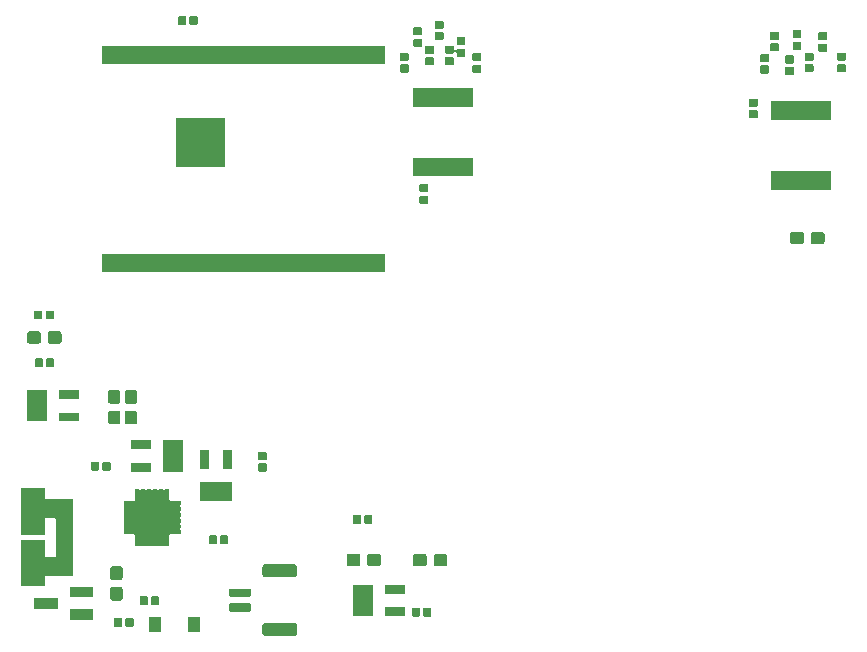
<source format=gbr>
G04 #@! TF.GenerationSoftware,KiCad,Pcbnew,(5.0.1)-4*
G04 #@! TF.CreationDate,2019-01-24T17:24:16-05:00*
G04 #@! TF.ProjectId,GSRT Badge,475352542042616467652E6B69636164,rev?*
G04 #@! TF.SameCoordinates,Original*
G04 #@! TF.FileFunction,Soldermask,Bot*
G04 #@! TF.FilePolarity,Negative*
%FSLAX46Y46*%
G04 Gerber Fmt 4.6, Leading zero omitted, Abs format (unit mm)*
G04 Created by KiCad (PCBNEW (5.0.1)-4) date 1/24/2019 5:24:16 PM*
%MOMM*%
%LPD*%
G01*
G04 APERTURE LIST*
%ADD10C,0.100000*%
G04 APERTURE END LIST*
D10*
G36*
X64284015Y-167500284D02*
X64323846Y-167512366D01*
X64360545Y-167531982D01*
X64392715Y-167558385D01*
X64419118Y-167590555D01*
X64438734Y-167627254D01*
X64450816Y-167667085D01*
X64455500Y-167714641D01*
X64455500Y-168378159D01*
X64450816Y-168425715D01*
X64438734Y-168465546D01*
X64419118Y-168502245D01*
X64392715Y-168534415D01*
X64360545Y-168560818D01*
X64323846Y-168580434D01*
X64284015Y-168592516D01*
X64236459Y-168597200D01*
X61772941Y-168597200D01*
X61725385Y-168592516D01*
X61685554Y-168580434D01*
X61648855Y-168560818D01*
X61616685Y-168534415D01*
X61590282Y-168502245D01*
X61570666Y-168465546D01*
X61558584Y-168425715D01*
X61553900Y-168378159D01*
X61553900Y-167714641D01*
X61558584Y-167667085D01*
X61570666Y-167627254D01*
X61590282Y-167590555D01*
X61616685Y-167558385D01*
X61648855Y-167531982D01*
X61685554Y-167512366D01*
X61725385Y-167500284D01*
X61772941Y-167495600D01*
X64236459Y-167495600D01*
X64284015Y-167500284D01*
X64284015Y-167500284D01*
G37*
G36*
X56226400Y-168278100D02*
X55224800Y-168278100D01*
X55224800Y-166976500D01*
X56226400Y-166976500D01*
X56226400Y-168278100D01*
X56226400Y-168278100D01*
G37*
G36*
X52926400Y-168278100D02*
X51924800Y-168278100D01*
X51924800Y-166976500D01*
X52926400Y-166976500D01*
X52926400Y-168278100D01*
X52926400Y-168278100D01*
G37*
G36*
X49581221Y-167094114D02*
X49601815Y-167100362D01*
X49620797Y-167110508D01*
X49637437Y-167124163D01*
X49651092Y-167140803D01*
X49661238Y-167159785D01*
X49667486Y-167180379D01*
X49670200Y-167207940D01*
X49670200Y-167716460D01*
X49667486Y-167744021D01*
X49661238Y-167764615D01*
X49651092Y-167783597D01*
X49637437Y-167800237D01*
X49620797Y-167813892D01*
X49601815Y-167824038D01*
X49581221Y-167830286D01*
X49553660Y-167833000D01*
X49095140Y-167833000D01*
X49067579Y-167830286D01*
X49046985Y-167824038D01*
X49028003Y-167813892D01*
X49011363Y-167800237D01*
X48997708Y-167783597D01*
X48987562Y-167764615D01*
X48981314Y-167744021D01*
X48978600Y-167716460D01*
X48978600Y-167207940D01*
X48981314Y-167180379D01*
X48987562Y-167159785D01*
X48997708Y-167140803D01*
X49011363Y-167124163D01*
X49028003Y-167110508D01*
X49046985Y-167100362D01*
X49067579Y-167094114D01*
X49095140Y-167091400D01*
X49553660Y-167091400D01*
X49581221Y-167094114D01*
X49581221Y-167094114D01*
G37*
G36*
X50551221Y-167094114D02*
X50571815Y-167100362D01*
X50590797Y-167110508D01*
X50607437Y-167124163D01*
X50621092Y-167140803D01*
X50631238Y-167159785D01*
X50637486Y-167180379D01*
X50640200Y-167207940D01*
X50640200Y-167716460D01*
X50637486Y-167744021D01*
X50631238Y-167764615D01*
X50621092Y-167783597D01*
X50607437Y-167800237D01*
X50590797Y-167813892D01*
X50571815Y-167824038D01*
X50551221Y-167830286D01*
X50523660Y-167833000D01*
X50065140Y-167833000D01*
X50037579Y-167830286D01*
X50016985Y-167824038D01*
X49998003Y-167813892D01*
X49981363Y-167800237D01*
X49967708Y-167783597D01*
X49957562Y-167764615D01*
X49951314Y-167744021D01*
X49948600Y-167716460D01*
X49948600Y-167207940D01*
X49951314Y-167180379D01*
X49957562Y-167159785D01*
X49967708Y-167140803D01*
X49981363Y-167124163D01*
X49998003Y-167110508D01*
X50016985Y-167100362D01*
X50037579Y-167094114D01*
X50065140Y-167091400D01*
X50523660Y-167091400D01*
X50551221Y-167094114D01*
X50551221Y-167094114D01*
G37*
G36*
X47228800Y-167247600D02*
X45227200Y-167247600D01*
X45227200Y-166346000D01*
X47228800Y-166346000D01*
X47228800Y-167247600D01*
X47228800Y-167247600D01*
G37*
G36*
X75766821Y-166221914D02*
X75787415Y-166228162D01*
X75806397Y-166238308D01*
X75823037Y-166251963D01*
X75836692Y-166268603D01*
X75846838Y-166287585D01*
X75853086Y-166308179D01*
X75855800Y-166335740D01*
X75855800Y-166844260D01*
X75853086Y-166871821D01*
X75846838Y-166892415D01*
X75836692Y-166911397D01*
X75823037Y-166928037D01*
X75806397Y-166941692D01*
X75787415Y-166951838D01*
X75766821Y-166958086D01*
X75739260Y-166960800D01*
X75280740Y-166960800D01*
X75253179Y-166958086D01*
X75232585Y-166951838D01*
X75213603Y-166941692D01*
X75196963Y-166928037D01*
X75183308Y-166911397D01*
X75173162Y-166892415D01*
X75166914Y-166871821D01*
X75164200Y-166844260D01*
X75164200Y-166335740D01*
X75166914Y-166308179D01*
X75173162Y-166287585D01*
X75183308Y-166268603D01*
X75196963Y-166251963D01*
X75213603Y-166238308D01*
X75232585Y-166228162D01*
X75253179Y-166221914D01*
X75280740Y-166219200D01*
X75739260Y-166219200D01*
X75766821Y-166221914D01*
X75766821Y-166221914D01*
G37*
G36*
X74796821Y-166221914D02*
X74817415Y-166228162D01*
X74836397Y-166238308D01*
X74853037Y-166251963D01*
X74866692Y-166268603D01*
X74876838Y-166287585D01*
X74883086Y-166308179D01*
X74885800Y-166335740D01*
X74885800Y-166844260D01*
X74883086Y-166871821D01*
X74876838Y-166892415D01*
X74866692Y-166911397D01*
X74853037Y-166928037D01*
X74836397Y-166941692D01*
X74817415Y-166951838D01*
X74796821Y-166958086D01*
X74769260Y-166960800D01*
X74310740Y-166960800D01*
X74283179Y-166958086D01*
X74262585Y-166951838D01*
X74243603Y-166941692D01*
X74226963Y-166928037D01*
X74213308Y-166911397D01*
X74203162Y-166892415D01*
X74196914Y-166871821D01*
X74194200Y-166844260D01*
X74194200Y-166335740D01*
X74196914Y-166308179D01*
X74203162Y-166287585D01*
X74213308Y-166268603D01*
X74226963Y-166251963D01*
X74243603Y-166238308D01*
X74262585Y-166228162D01*
X74283179Y-166221914D01*
X74310740Y-166219200D01*
X74769260Y-166219200D01*
X74796821Y-166221914D01*
X74796821Y-166221914D01*
G37*
G36*
X70909400Y-166923600D02*
X69247800Y-166923600D01*
X69247800Y-164272000D01*
X70909400Y-164272000D01*
X70909400Y-166923600D01*
X70909400Y-166923600D01*
G37*
G36*
X73609400Y-166923600D02*
X71947800Y-166923600D01*
X71947800Y-166172000D01*
X73609400Y-166172000D01*
X73609400Y-166923600D01*
X73609400Y-166923600D01*
G37*
G36*
X60464509Y-165848362D02*
X60485569Y-165854751D01*
X60504988Y-165865131D01*
X60522005Y-165879095D01*
X60535969Y-165896112D01*
X60546349Y-165915531D01*
X60552738Y-165936591D01*
X60555500Y-165964640D01*
X60555500Y-166428160D01*
X60552738Y-166456209D01*
X60546349Y-166477269D01*
X60535969Y-166496688D01*
X60522005Y-166513705D01*
X60504988Y-166527669D01*
X60485569Y-166538049D01*
X60464509Y-166544438D01*
X60436460Y-166547200D01*
X58872940Y-166547200D01*
X58844891Y-166544438D01*
X58823831Y-166538049D01*
X58804412Y-166527669D01*
X58787395Y-166513705D01*
X58773431Y-166496688D01*
X58763051Y-166477269D01*
X58756662Y-166456209D01*
X58753900Y-166428160D01*
X58753900Y-165964640D01*
X58756662Y-165936591D01*
X58763051Y-165915531D01*
X58773431Y-165896112D01*
X58787395Y-165879095D01*
X58804412Y-165865131D01*
X58823831Y-165854751D01*
X58844891Y-165848362D01*
X58872940Y-165845600D01*
X60436460Y-165845600D01*
X60464509Y-165848362D01*
X60464509Y-165848362D01*
G37*
G36*
X44228800Y-166297600D02*
X42227200Y-166297600D01*
X42227200Y-165396000D01*
X44228800Y-165396000D01*
X44228800Y-166297600D01*
X44228800Y-166297600D01*
G37*
G36*
X51746821Y-165251914D02*
X51767415Y-165258162D01*
X51786397Y-165268308D01*
X51803037Y-165281963D01*
X51816692Y-165298603D01*
X51826838Y-165317585D01*
X51833086Y-165338179D01*
X51835800Y-165365740D01*
X51835800Y-165874260D01*
X51833086Y-165901821D01*
X51826838Y-165922415D01*
X51816692Y-165941397D01*
X51803037Y-165958037D01*
X51786397Y-165971692D01*
X51767415Y-165981838D01*
X51746821Y-165988086D01*
X51719260Y-165990800D01*
X51260740Y-165990800D01*
X51233179Y-165988086D01*
X51212585Y-165981838D01*
X51193603Y-165971692D01*
X51176963Y-165958037D01*
X51163308Y-165941397D01*
X51153162Y-165922415D01*
X51146914Y-165901821D01*
X51144200Y-165874260D01*
X51144200Y-165365740D01*
X51146914Y-165338179D01*
X51153162Y-165317585D01*
X51163308Y-165298603D01*
X51176963Y-165281963D01*
X51193603Y-165268308D01*
X51212585Y-165258162D01*
X51233179Y-165251914D01*
X51260740Y-165249200D01*
X51719260Y-165249200D01*
X51746821Y-165251914D01*
X51746821Y-165251914D01*
G37*
G36*
X52716821Y-165251914D02*
X52737415Y-165258162D01*
X52756397Y-165268308D01*
X52773037Y-165281963D01*
X52786692Y-165298603D01*
X52796838Y-165317585D01*
X52803086Y-165338179D01*
X52805800Y-165365740D01*
X52805800Y-165874260D01*
X52803086Y-165901821D01*
X52796838Y-165922415D01*
X52786692Y-165941397D01*
X52773037Y-165958037D01*
X52756397Y-165971692D01*
X52737415Y-165981838D01*
X52716821Y-165988086D01*
X52689260Y-165990800D01*
X52230740Y-165990800D01*
X52203179Y-165988086D01*
X52182585Y-165981838D01*
X52163603Y-165971692D01*
X52146963Y-165958037D01*
X52133308Y-165941397D01*
X52123162Y-165922415D01*
X52116914Y-165901821D01*
X52114200Y-165874260D01*
X52114200Y-165365740D01*
X52116914Y-165338179D01*
X52123162Y-165317585D01*
X52133308Y-165298603D01*
X52146963Y-165281963D01*
X52163603Y-165268308D01*
X52182585Y-165258162D01*
X52203179Y-165251914D01*
X52230740Y-165249200D01*
X52689260Y-165249200D01*
X52716821Y-165251914D01*
X52716821Y-165251914D01*
G37*
G36*
X49554017Y-164456123D02*
X49591495Y-164467493D01*
X49626044Y-164485959D01*
X49656317Y-164510803D01*
X49681161Y-164541076D01*
X49699627Y-164575625D01*
X49710997Y-164613103D01*
X49715440Y-164658218D01*
X49715440Y-165396742D01*
X49710997Y-165441857D01*
X49699627Y-165479335D01*
X49681161Y-165513884D01*
X49656317Y-165544157D01*
X49626044Y-165569001D01*
X49591495Y-165587467D01*
X49554017Y-165598837D01*
X49508902Y-165603280D01*
X48870378Y-165603280D01*
X48825263Y-165598837D01*
X48787785Y-165587467D01*
X48753236Y-165569001D01*
X48722963Y-165544157D01*
X48698119Y-165513884D01*
X48679653Y-165479335D01*
X48668283Y-165441857D01*
X48663840Y-165396742D01*
X48663840Y-164658218D01*
X48668283Y-164613103D01*
X48679653Y-164575625D01*
X48698119Y-164541076D01*
X48722963Y-164510803D01*
X48753236Y-164485959D01*
X48787785Y-164467493D01*
X48825263Y-164456123D01*
X48870378Y-164451680D01*
X49508902Y-164451680D01*
X49554017Y-164456123D01*
X49554017Y-164456123D01*
G37*
G36*
X47228800Y-165347600D02*
X45227200Y-165347600D01*
X45227200Y-164446000D01*
X47228800Y-164446000D01*
X47228800Y-165347600D01*
X47228800Y-165347600D01*
G37*
G36*
X60464509Y-164598362D02*
X60485569Y-164604751D01*
X60504988Y-164615131D01*
X60522005Y-164629095D01*
X60535969Y-164646112D01*
X60546349Y-164665531D01*
X60552738Y-164686591D01*
X60555500Y-164714640D01*
X60555500Y-165178160D01*
X60552738Y-165206209D01*
X60546349Y-165227269D01*
X60535969Y-165246688D01*
X60522005Y-165263705D01*
X60504988Y-165277669D01*
X60485569Y-165288049D01*
X60464509Y-165294438D01*
X60436460Y-165297200D01*
X58872940Y-165297200D01*
X58844891Y-165294438D01*
X58823831Y-165288049D01*
X58804412Y-165277669D01*
X58787395Y-165263705D01*
X58773431Y-165246688D01*
X58763051Y-165227269D01*
X58756662Y-165206209D01*
X58753900Y-165178160D01*
X58753900Y-164714640D01*
X58756662Y-164686591D01*
X58763051Y-164665531D01*
X58773431Y-164646112D01*
X58787395Y-164629095D01*
X58804412Y-164615131D01*
X58823831Y-164604751D01*
X58844891Y-164598362D01*
X58872940Y-164595600D01*
X60436460Y-164595600D01*
X60464509Y-164598362D01*
X60464509Y-164598362D01*
G37*
G36*
X73609400Y-165023600D02*
X71947800Y-165023600D01*
X71947800Y-164272000D01*
X73609400Y-164272000D01*
X73609400Y-165023600D01*
X73609400Y-165023600D01*
G37*
G36*
X43133200Y-156885500D02*
X43135602Y-156909886D01*
X43142715Y-156933335D01*
X43154266Y-156954946D01*
X43169812Y-156973888D01*
X43188754Y-156989434D01*
X43210365Y-157000985D01*
X43233814Y-157008098D01*
X43258200Y-157010500D01*
X45533200Y-157010500D01*
X45533200Y-163512100D01*
X43258200Y-163512100D01*
X43233814Y-163514502D01*
X43210365Y-163521615D01*
X43188754Y-163533166D01*
X43169812Y-163548712D01*
X43154266Y-163567654D01*
X43142715Y-163589265D01*
X43135602Y-163612714D01*
X43133200Y-163637100D01*
X43133200Y-164409600D01*
X41131600Y-164409600D01*
X41131600Y-160463000D01*
X43133200Y-160463000D01*
X43133200Y-161810500D01*
X43135602Y-161834886D01*
X43142715Y-161858335D01*
X43154266Y-161879946D01*
X43169812Y-161898888D01*
X43188754Y-161914434D01*
X43210365Y-161925985D01*
X43233814Y-161933098D01*
X43258200Y-161935500D01*
X43926600Y-161935500D01*
X43950986Y-161933098D01*
X43974435Y-161925985D01*
X43996046Y-161914434D01*
X44014988Y-161898888D01*
X44030534Y-161879946D01*
X44042085Y-161858335D01*
X44049198Y-161834886D01*
X44051600Y-161810500D01*
X44051600Y-158712100D01*
X44049198Y-158687714D01*
X44042085Y-158664265D01*
X44030534Y-158642654D01*
X44014988Y-158623712D01*
X43996046Y-158608166D01*
X43974435Y-158596615D01*
X43950986Y-158589502D01*
X43926600Y-158587100D01*
X43258200Y-158587100D01*
X43233814Y-158589502D01*
X43210365Y-158596615D01*
X43188754Y-158608166D01*
X43169812Y-158623712D01*
X43154266Y-158642654D01*
X43142715Y-158664265D01*
X43135602Y-158687714D01*
X43133200Y-158712100D01*
X43133200Y-160059600D01*
X41131600Y-160059600D01*
X41131600Y-156113000D01*
X43133200Y-156113000D01*
X43133200Y-156885500D01*
X43133200Y-156885500D01*
G37*
G36*
X49554017Y-162706123D02*
X49591495Y-162717493D01*
X49626044Y-162735959D01*
X49656317Y-162760803D01*
X49681161Y-162791076D01*
X49699627Y-162825625D01*
X49710997Y-162863103D01*
X49715440Y-162908218D01*
X49715440Y-163646742D01*
X49710997Y-163691857D01*
X49699627Y-163729335D01*
X49681161Y-163763884D01*
X49656317Y-163794157D01*
X49626044Y-163819001D01*
X49591495Y-163837467D01*
X49554017Y-163848837D01*
X49508902Y-163853280D01*
X48870378Y-163853280D01*
X48825263Y-163848837D01*
X48787785Y-163837467D01*
X48753236Y-163819001D01*
X48722963Y-163794157D01*
X48698119Y-163763884D01*
X48679653Y-163729335D01*
X48668283Y-163691857D01*
X48663840Y-163646742D01*
X48663840Y-162908218D01*
X48668283Y-162863103D01*
X48679653Y-162825625D01*
X48698119Y-162791076D01*
X48722963Y-162760803D01*
X48753236Y-162735959D01*
X48787785Y-162717493D01*
X48825263Y-162706123D01*
X48870378Y-162701680D01*
X49508902Y-162701680D01*
X49554017Y-162706123D01*
X49554017Y-162706123D01*
G37*
G36*
X64284015Y-162550284D02*
X64323846Y-162562366D01*
X64360545Y-162581982D01*
X64392715Y-162608385D01*
X64419118Y-162640555D01*
X64438734Y-162677254D01*
X64450816Y-162717085D01*
X64455500Y-162764641D01*
X64455500Y-163428159D01*
X64450816Y-163475715D01*
X64438734Y-163515546D01*
X64419118Y-163552245D01*
X64392715Y-163584415D01*
X64360545Y-163610818D01*
X64323846Y-163630434D01*
X64284015Y-163642516D01*
X64236459Y-163647200D01*
X61772941Y-163647200D01*
X61725385Y-163642516D01*
X61685554Y-163630434D01*
X61648855Y-163610818D01*
X61616685Y-163584415D01*
X61590282Y-163552245D01*
X61570666Y-163515546D01*
X61558584Y-163475715D01*
X61553900Y-163428159D01*
X61553900Y-162764641D01*
X61558584Y-162717085D01*
X61570666Y-162677254D01*
X61590282Y-162640555D01*
X61616685Y-162608385D01*
X61648855Y-162581982D01*
X61685554Y-162562366D01*
X61725385Y-162550284D01*
X61772941Y-162545600D01*
X64236459Y-162545600D01*
X64284015Y-162550284D01*
X64284015Y-162550284D01*
G37*
G36*
X75296177Y-161657643D02*
X75333655Y-161669013D01*
X75368204Y-161687479D01*
X75398477Y-161712323D01*
X75423321Y-161742596D01*
X75441787Y-161777145D01*
X75453157Y-161814623D01*
X75457600Y-161859738D01*
X75457600Y-162498262D01*
X75453157Y-162543377D01*
X75441787Y-162580855D01*
X75423321Y-162615404D01*
X75398477Y-162645677D01*
X75368204Y-162670521D01*
X75333655Y-162688987D01*
X75296177Y-162700357D01*
X75251062Y-162704800D01*
X74512538Y-162704800D01*
X74467423Y-162700357D01*
X74429945Y-162688987D01*
X74395396Y-162670521D01*
X74365123Y-162645677D01*
X74340279Y-162615404D01*
X74321813Y-162580855D01*
X74310443Y-162543377D01*
X74306000Y-162498262D01*
X74306000Y-161859738D01*
X74310443Y-161814623D01*
X74321813Y-161777145D01*
X74340279Y-161742596D01*
X74365123Y-161712323D01*
X74395396Y-161687479D01*
X74429945Y-161669013D01*
X74467423Y-161657643D01*
X74512538Y-161653200D01*
X75251062Y-161653200D01*
X75296177Y-161657643D01*
X75296177Y-161657643D01*
G37*
G36*
X77046177Y-161657643D02*
X77083655Y-161669013D01*
X77118204Y-161687479D01*
X77148477Y-161712323D01*
X77173321Y-161742596D01*
X77191787Y-161777145D01*
X77203157Y-161814623D01*
X77207600Y-161859738D01*
X77207600Y-162498262D01*
X77203157Y-162543377D01*
X77191787Y-162580855D01*
X77173321Y-162615404D01*
X77148477Y-162645677D01*
X77118204Y-162670521D01*
X77083655Y-162688987D01*
X77046177Y-162700357D01*
X77001062Y-162704800D01*
X76262538Y-162704800D01*
X76217423Y-162700357D01*
X76179945Y-162688987D01*
X76145396Y-162670521D01*
X76115123Y-162645677D01*
X76090279Y-162615404D01*
X76071813Y-162580855D01*
X76060443Y-162543377D01*
X76056000Y-162498262D01*
X76056000Y-161859738D01*
X76060443Y-161814623D01*
X76071813Y-161777145D01*
X76090279Y-161742596D01*
X76115123Y-161712323D01*
X76145396Y-161687479D01*
X76179945Y-161669013D01*
X76217423Y-161657643D01*
X76262538Y-161653200D01*
X77001062Y-161653200D01*
X77046177Y-161657643D01*
X77046177Y-161657643D01*
G37*
G36*
X71431477Y-161630943D02*
X71468955Y-161642313D01*
X71503504Y-161660779D01*
X71533777Y-161685623D01*
X71558621Y-161715896D01*
X71577087Y-161750445D01*
X71588457Y-161787923D01*
X71592900Y-161833038D01*
X71592900Y-162471562D01*
X71588457Y-162516677D01*
X71577087Y-162554155D01*
X71558621Y-162588704D01*
X71533777Y-162618977D01*
X71503504Y-162643821D01*
X71468955Y-162662287D01*
X71431477Y-162673657D01*
X71386362Y-162678100D01*
X70647838Y-162678100D01*
X70602723Y-162673657D01*
X70565245Y-162662287D01*
X70530696Y-162643821D01*
X70500423Y-162618977D01*
X70475579Y-162588704D01*
X70457113Y-162554155D01*
X70445743Y-162516677D01*
X70441300Y-162471562D01*
X70441300Y-161833038D01*
X70445743Y-161787923D01*
X70457113Y-161750445D01*
X70475579Y-161715896D01*
X70500423Y-161685623D01*
X70530696Y-161660779D01*
X70565245Y-161642313D01*
X70602723Y-161630943D01*
X70647838Y-161626500D01*
X71386362Y-161626500D01*
X71431477Y-161630943D01*
X71431477Y-161630943D01*
G37*
G36*
X69681477Y-161630943D02*
X69718955Y-161642313D01*
X69753504Y-161660779D01*
X69783777Y-161685623D01*
X69808621Y-161715896D01*
X69827087Y-161750445D01*
X69838457Y-161787923D01*
X69842900Y-161833038D01*
X69842900Y-162471562D01*
X69838457Y-162516677D01*
X69827087Y-162554155D01*
X69808621Y-162588704D01*
X69783777Y-162618977D01*
X69753504Y-162643821D01*
X69718955Y-162662287D01*
X69681477Y-162673657D01*
X69636362Y-162678100D01*
X68897838Y-162678100D01*
X68852723Y-162673657D01*
X68815245Y-162662287D01*
X68780696Y-162643821D01*
X68750423Y-162618977D01*
X68725579Y-162588704D01*
X68707113Y-162554155D01*
X68695743Y-162516677D01*
X68691300Y-162471562D01*
X68691300Y-161833038D01*
X68695743Y-161787923D01*
X68707113Y-161750445D01*
X68725579Y-161715896D01*
X68750423Y-161685623D01*
X68780696Y-161660779D01*
X68815245Y-161642313D01*
X68852723Y-161630943D01*
X68897838Y-161626500D01*
X69636362Y-161626500D01*
X69681477Y-161630943D01*
X69681477Y-161630943D01*
G37*
G36*
X51127637Y-156185181D02*
X51132289Y-156186592D01*
X51136578Y-156188885D01*
X51143102Y-156194239D01*
X51163477Y-156207853D01*
X51186116Y-156217230D01*
X51210149Y-156222010D01*
X51234654Y-156222010D01*
X51258687Y-156217229D01*
X51281326Y-156207851D01*
X51301698Y-156194239D01*
X51308222Y-156188885D01*
X51312511Y-156186592D01*
X51317163Y-156185181D01*
X51328140Y-156184100D01*
X51616660Y-156184100D01*
X51627637Y-156185181D01*
X51632289Y-156186592D01*
X51636578Y-156188885D01*
X51643102Y-156194239D01*
X51663477Y-156207853D01*
X51686116Y-156217230D01*
X51710149Y-156222010D01*
X51734654Y-156222010D01*
X51758687Y-156217229D01*
X51781326Y-156207851D01*
X51801698Y-156194239D01*
X51808222Y-156188885D01*
X51812511Y-156186592D01*
X51817163Y-156185181D01*
X51828140Y-156184100D01*
X52116660Y-156184100D01*
X52127637Y-156185181D01*
X52132289Y-156186592D01*
X52136578Y-156188885D01*
X52143102Y-156194239D01*
X52163477Y-156207853D01*
X52186116Y-156217230D01*
X52210149Y-156222010D01*
X52234654Y-156222010D01*
X52258687Y-156217229D01*
X52281326Y-156207851D01*
X52301698Y-156194239D01*
X52308222Y-156188885D01*
X52312511Y-156186592D01*
X52317163Y-156185181D01*
X52328140Y-156184100D01*
X52616660Y-156184100D01*
X52627637Y-156185181D01*
X52632289Y-156186592D01*
X52636578Y-156188885D01*
X52643102Y-156194239D01*
X52663477Y-156207853D01*
X52686116Y-156217230D01*
X52710149Y-156222010D01*
X52734654Y-156222010D01*
X52758687Y-156217229D01*
X52781326Y-156207851D01*
X52801698Y-156194239D01*
X52808222Y-156188885D01*
X52812511Y-156186592D01*
X52817163Y-156185181D01*
X52828140Y-156184100D01*
X53116660Y-156184100D01*
X53127637Y-156185181D01*
X53132289Y-156186592D01*
X53136578Y-156188885D01*
X53143102Y-156194239D01*
X53163477Y-156207853D01*
X53186116Y-156217230D01*
X53210149Y-156222010D01*
X53234654Y-156222010D01*
X53258687Y-156217229D01*
X53281326Y-156207851D01*
X53301698Y-156194239D01*
X53308222Y-156188885D01*
X53312511Y-156186592D01*
X53317163Y-156185181D01*
X53328140Y-156184100D01*
X53616660Y-156184100D01*
X53627637Y-156185181D01*
X53632289Y-156186592D01*
X53636578Y-156188885D01*
X53640333Y-156191967D01*
X53643415Y-156195722D01*
X53645708Y-156200011D01*
X53647119Y-156204663D01*
X53648200Y-156215640D01*
X53648200Y-157034100D01*
X53650602Y-157058486D01*
X53657715Y-157081935D01*
X53669266Y-157103546D01*
X53684812Y-157122488D01*
X53703754Y-157138034D01*
X53725365Y-157149585D01*
X53748814Y-157156698D01*
X53773200Y-157159100D01*
X54591660Y-157159100D01*
X54602637Y-157160181D01*
X54607289Y-157161592D01*
X54611578Y-157163885D01*
X54615333Y-157166967D01*
X54618415Y-157170722D01*
X54620708Y-157175011D01*
X54622119Y-157179663D01*
X54623200Y-157190640D01*
X54623200Y-157479160D01*
X54622119Y-157490137D01*
X54620708Y-157494789D01*
X54618415Y-157499078D01*
X54613061Y-157505602D01*
X54599447Y-157525977D01*
X54590070Y-157548616D01*
X54585290Y-157572649D01*
X54585290Y-157597154D01*
X54590071Y-157621187D01*
X54599449Y-157643826D01*
X54613061Y-157664198D01*
X54618415Y-157670722D01*
X54620708Y-157675011D01*
X54622119Y-157679663D01*
X54623200Y-157690640D01*
X54623200Y-157979160D01*
X54622119Y-157990137D01*
X54620708Y-157994789D01*
X54618415Y-157999078D01*
X54613061Y-158005602D01*
X54599447Y-158025977D01*
X54590070Y-158048616D01*
X54585290Y-158072649D01*
X54585290Y-158097154D01*
X54590071Y-158121187D01*
X54599449Y-158143826D01*
X54613061Y-158164198D01*
X54618415Y-158170722D01*
X54620708Y-158175011D01*
X54622119Y-158179663D01*
X54623200Y-158190640D01*
X54623200Y-158479160D01*
X54622119Y-158490137D01*
X54620708Y-158494789D01*
X54618415Y-158499078D01*
X54613061Y-158505602D01*
X54599447Y-158525977D01*
X54590070Y-158548616D01*
X54585290Y-158572649D01*
X54585290Y-158597154D01*
X54590071Y-158621187D01*
X54599449Y-158643826D01*
X54613061Y-158664198D01*
X54618415Y-158670722D01*
X54620708Y-158675011D01*
X54622119Y-158679663D01*
X54623200Y-158690640D01*
X54623200Y-158979160D01*
X54622119Y-158990137D01*
X54620708Y-158994789D01*
X54618415Y-158999078D01*
X54613061Y-159005602D01*
X54599447Y-159025977D01*
X54590070Y-159048616D01*
X54585290Y-159072649D01*
X54585290Y-159097154D01*
X54590071Y-159121187D01*
X54599449Y-159143826D01*
X54613061Y-159164198D01*
X54618415Y-159170722D01*
X54620708Y-159175011D01*
X54622119Y-159179663D01*
X54623200Y-159190640D01*
X54623200Y-159479160D01*
X54622119Y-159490137D01*
X54620708Y-159494789D01*
X54618415Y-159499078D01*
X54613061Y-159505602D01*
X54599447Y-159525977D01*
X54590070Y-159548616D01*
X54585290Y-159572649D01*
X54585290Y-159597154D01*
X54590071Y-159621187D01*
X54599449Y-159643826D01*
X54613061Y-159664198D01*
X54618415Y-159670722D01*
X54620708Y-159675011D01*
X54622119Y-159679663D01*
X54623200Y-159690640D01*
X54623200Y-159979160D01*
X54622119Y-159990137D01*
X54620708Y-159994789D01*
X54618415Y-159999078D01*
X54615333Y-160002833D01*
X54611578Y-160005915D01*
X54607289Y-160008208D01*
X54602637Y-160009619D01*
X54591660Y-160010700D01*
X53773200Y-160010700D01*
X53748814Y-160013102D01*
X53725365Y-160020215D01*
X53703754Y-160031766D01*
X53684812Y-160047312D01*
X53669266Y-160066254D01*
X53657715Y-160087865D01*
X53650602Y-160111314D01*
X53648200Y-160135700D01*
X53648200Y-160954160D01*
X53647119Y-160965137D01*
X53645708Y-160969789D01*
X53643415Y-160974078D01*
X53640333Y-160977833D01*
X53636578Y-160980915D01*
X53632289Y-160983208D01*
X53627637Y-160984619D01*
X53616660Y-160985700D01*
X53328140Y-160985700D01*
X53317163Y-160984619D01*
X53312511Y-160983208D01*
X53308222Y-160980915D01*
X53301698Y-160975561D01*
X53281323Y-160961947D01*
X53258684Y-160952570D01*
X53234651Y-160947790D01*
X53210146Y-160947790D01*
X53186113Y-160952571D01*
X53163474Y-160961949D01*
X53143102Y-160975561D01*
X53136578Y-160980915D01*
X53132289Y-160983208D01*
X53127637Y-160984619D01*
X53116660Y-160985700D01*
X52828140Y-160985700D01*
X52817163Y-160984619D01*
X52812511Y-160983208D01*
X52808222Y-160980915D01*
X52801698Y-160975561D01*
X52781323Y-160961947D01*
X52758684Y-160952570D01*
X52734651Y-160947790D01*
X52710146Y-160947790D01*
X52686113Y-160952571D01*
X52663474Y-160961949D01*
X52643102Y-160975561D01*
X52636578Y-160980915D01*
X52632289Y-160983208D01*
X52627637Y-160984619D01*
X52616660Y-160985700D01*
X52328140Y-160985700D01*
X52317163Y-160984619D01*
X52312511Y-160983208D01*
X52308222Y-160980915D01*
X52301698Y-160975561D01*
X52281323Y-160961947D01*
X52258684Y-160952570D01*
X52234651Y-160947790D01*
X52210146Y-160947790D01*
X52186113Y-160952571D01*
X52163474Y-160961949D01*
X52143102Y-160975561D01*
X52136578Y-160980915D01*
X52132289Y-160983208D01*
X52127637Y-160984619D01*
X52116660Y-160985700D01*
X51828140Y-160985700D01*
X51817163Y-160984619D01*
X51812511Y-160983208D01*
X51808222Y-160980915D01*
X51801698Y-160975561D01*
X51781323Y-160961947D01*
X51758684Y-160952570D01*
X51734651Y-160947790D01*
X51710146Y-160947790D01*
X51686113Y-160952571D01*
X51663474Y-160961949D01*
X51643102Y-160975561D01*
X51636578Y-160980915D01*
X51632289Y-160983208D01*
X51627637Y-160984619D01*
X51616660Y-160985700D01*
X51328140Y-160985700D01*
X51317163Y-160984619D01*
X51312511Y-160983208D01*
X51308222Y-160980915D01*
X51301698Y-160975561D01*
X51281323Y-160961947D01*
X51258684Y-160952570D01*
X51234651Y-160947790D01*
X51210146Y-160947790D01*
X51186113Y-160952571D01*
X51163474Y-160961949D01*
X51143102Y-160975561D01*
X51136578Y-160980915D01*
X51132289Y-160983208D01*
X51127637Y-160984619D01*
X51116660Y-160985700D01*
X50828140Y-160985700D01*
X50817163Y-160984619D01*
X50812511Y-160983208D01*
X50808222Y-160980915D01*
X50804467Y-160977833D01*
X50801385Y-160974078D01*
X50799092Y-160969789D01*
X50797681Y-160965137D01*
X50796600Y-160954160D01*
X50796600Y-160135700D01*
X50794198Y-160111314D01*
X50787085Y-160087865D01*
X50775534Y-160066254D01*
X50759988Y-160047312D01*
X50741046Y-160031766D01*
X50719435Y-160020215D01*
X50695986Y-160013102D01*
X50671600Y-160010700D01*
X49853140Y-160010700D01*
X49842163Y-160009619D01*
X49837511Y-160008208D01*
X49833222Y-160005915D01*
X49829467Y-160002833D01*
X49826385Y-159999078D01*
X49824092Y-159994789D01*
X49822681Y-159990137D01*
X49821600Y-159979160D01*
X49821600Y-159690640D01*
X49822681Y-159679663D01*
X49824092Y-159675011D01*
X49826385Y-159670722D01*
X49831739Y-159664198D01*
X49845353Y-159643823D01*
X49854730Y-159621184D01*
X49859510Y-159597151D01*
X49859510Y-159572646D01*
X49854729Y-159548613D01*
X49845351Y-159525974D01*
X49831739Y-159505602D01*
X49826385Y-159499078D01*
X49824092Y-159494789D01*
X49822681Y-159490137D01*
X49821600Y-159479160D01*
X49821600Y-159190640D01*
X49822681Y-159179663D01*
X49824092Y-159175011D01*
X49826385Y-159170722D01*
X49831739Y-159164198D01*
X49845353Y-159143823D01*
X49854730Y-159121184D01*
X49859510Y-159097151D01*
X49859510Y-159072646D01*
X49854729Y-159048613D01*
X49845351Y-159025974D01*
X49831739Y-159005602D01*
X49826385Y-158999078D01*
X49824092Y-158994789D01*
X49822681Y-158990137D01*
X49821600Y-158979160D01*
X49821600Y-158690640D01*
X49822681Y-158679663D01*
X49824092Y-158675011D01*
X49826385Y-158670722D01*
X49831739Y-158664198D01*
X49845353Y-158643823D01*
X49854730Y-158621184D01*
X49859510Y-158597151D01*
X49859510Y-158572646D01*
X49854729Y-158548613D01*
X49845351Y-158525974D01*
X49831739Y-158505602D01*
X49826385Y-158499078D01*
X49824092Y-158494789D01*
X49822681Y-158490137D01*
X49821600Y-158479160D01*
X49821600Y-158190640D01*
X49822681Y-158179663D01*
X49824092Y-158175011D01*
X49826385Y-158170722D01*
X49831739Y-158164198D01*
X49845353Y-158143823D01*
X49854730Y-158121184D01*
X49859510Y-158097151D01*
X49859510Y-158072646D01*
X49854729Y-158048613D01*
X49845351Y-158025974D01*
X49831739Y-158005602D01*
X49826385Y-157999078D01*
X49824092Y-157994789D01*
X49822681Y-157990137D01*
X49821600Y-157979160D01*
X49821600Y-157690640D01*
X49822681Y-157679663D01*
X49824092Y-157675011D01*
X49826385Y-157670722D01*
X49831739Y-157664198D01*
X49845353Y-157643823D01*
X49854730Y-157621184D01*
X49859510Y-157597151D01*
X49859510Y-157572646D01*
X49854729Y-157548613D01*
X49845351Y-157525974D01*
X49831739Y-157505602D01*
X49826385Y-157499078D01*
X49824092Y-157494789D01*
X49822681Y-157490137D01*
X49821600Y-157479160D01*
X49821600Y-157190640D01*
X49822681Y-157179663D01*
X49824092Y-157175011D01*
X49826385Y-157170722D01*
X49829467Y-157166967D01*
X49833222Y-157163885D01*
X49837511Y-157161592D01*
X49842163Y-157160181D01*
X49853140Y-157159100D01*
X50671600Y-157159100D01*
X50695986Y-157156698D01*
X50719435Y-157149585D01*
X50741046Y-157138034D01*
X50759988Y-157122488D01*
X50775534Y-157103546D01*
X50787085Y-157081935D01*
X50794198Y-157058486D01*
X50796600Y-157034100D01*
X50796600Y-156215640D01*
X50797681Y-156204663D01*
X50799092Y-156200011D01*
X50801385Y-156195722D01*
X50804467Y-156191967D01*
X50808222Y-156188885D01*
X50812511Y-156186592D01*
X50817163Y-156185181D01*
X50828140Y-156184100D01*
X51116660Y-156184100D01*
X51127637Y-156185181D01*
X51127637Y-156185181D01*
G37*
G36*
X57603421Y-160096514D02*
X57624015Y-160102762D01*
X57642997Y-160112908D01*
X57659637Y-160126563D01*
X57673292Y-160143203D01*
X57683438Y-160162185D01*
X57689686Y-160182779D01*
X57692400Y-160210340D01*
X57692400Y-160718860D01*
X57689686Y-160746421D01*
X57683438Y-160767015D01*
X57673292Y-160785997D01*
X57659637Y-160802637D01*
X57642997Y-160816292D01*
X57624015Y-160826438D01*
X57603421Y-160832686D01*
X57575860Y-160835400D01*
X57117340Y-160835400D01*
X57089779Y-160832686D01*
X57069185Y-160826438D01*
X57050203Y-160816292D01*
X57033563Y-160802637D01*
X57019908Y-160785997D01*
X57009762Y-160767015D01*
X57003514Y-160746421D01*
X57000800Y-160718860D01*
X57000800Y-160210340D01*
X57003514Y-160182779D01*
X57009762Y-160162185D01*
X57019908Y-160143203D01*
X57033563Y-160126563D01*
X57050203Y-160112908D01*
X57069185Y-160102762D01*
X57089779Y-160096514D01*
X57117340Y-160093800D01*
X57575860Y-160093800D01*
X57603421Y-160096514D01*
X57603421Y-160096514D01*
G37*
G36*
X58573421Y-160096514D02*
X58594015Y-160102762D01*
X58612997Y-160112908D01*
X58629637Y-160126563D01*
X58643292Y-160143203D01*
X58653438Y-160162185D01*
X58659686Y-160182779D01*
X58662400Y-160210340D01*
X58662400Y-160718860D01*
X58659686Y-160746421D01*
X58653438Y-160767015D01*
X58643292Y-160785997D01*
X58629637Y-160802637D01*
X58612997Y-160816292D01*
X58594015Y-160826438D01*
X58573421Y-160832686D01*
X58545860Y-160835400D01*
X58087340Y-160835400D01*
X58059779Y-160832686D01*
X58039185Y-160826438D01*
X58020203Y-160816292D01*
X58003563Y-160802637D01*
X57989908Y-160785997D01*
X57979762Y-160767015D01*
X57973514Y-160746421D01*
X57970800Y-160718860D01*
X57970800Y-160210340D01*
X57973514Y-160182779D01*
X57979762Y-160162185D01*
X57989908Y-160143203D01*
X58003563Y-160126563D01*
X58020203Y-160112908D01*
X58039185Y-160102762D01*
X58059779Y-160096514D01*
X58087340Y-160093800D01*
X58545860Y-160093800D01*
X58573421Y-160096514D01*
X58573421Y-160096514D01*
G37*
G36*
X69812321Y-158369214D02*
X69832915Y-158375462D01*
X69851897Y-158385608D01*
X69868537Y-158399263D01*
X69882192Y-158415903D01*
X69892338Y-158434885D01*
X69898586Y-158455479D01*
X69901300Y-158483040D01*
X69901300Y-158991560D01*
X69898586Y-159019121D01*
X69892338Y-159039715D01*
X69882192Y-159058697D01*
X69868537Y-159075337D01*
X69851897Y-159088992D01*
X69832915Y-159099138D01*
X69812321Y-159105386D01*
X69784760Y-159108100D01*
X69326240Y-159108100D01*
X69298679Y-159105386D01*
X69278085Y-159099138D01*
X69259103Y-159088992D01*
X69242463Y-159075337D01*
X69228808Y-159058697D01*
X69218662Y-159039715D01*
X69212414Y-159019121D01*
X69209700Y-158991560D01*
X69209700Y-158483040D01*
X69212414Y-158455479D01*
X69218662Y-158434885D01*
X69228808Y-158415903D01*
X69242463Y-158399263D01*
X69259103Y-158385608D01*
X69278085Y-158375462D01*
X69298679Y-158369214D01*
X69326240Y-158366500D01*
X69784760Y-158366500D01*
X69812321Y-158369214D01*
X69812321Y-158369214D01*
G37*
G36*
X70782321Y-158369214D02*
X70802915Y-158375462D01*
X70821897Y-158385608D01*
X70838537Y-158399263D01*
X70852192Y-158415903D01*
X70862338Y-158434885D01*
X70868586Y-158455479D01*
X70871300Y-158483040D01*
X70871300Y-158991560D01*
X70868586Y-159019121D01*
X70862338Y-159039715D01*
X70852192Y-159058697D01*
X70838537Y-159075337D01*
X70821897Y-159088992D01*
X70802915Y-159099138D01*
X70782321Y-159105386D01*
X70754760Y-159108100D01*
X70296240Y-159108100D01*
X70268679Y-159105386D01*
X70248085Y-159099138D01*
X70229103Y-159088992D01*
X70212463Y-159075337D01*
X70198808Y-159058697D01*
X70188662Y-159039715D01*
X70182414Y-159019121D01*
X70179700Y-158991560D01*
X70179700Y-158483040D01*
X70182414Y-158455479D01*
X70188662Y-158434885D01*
X70198808Y-158415903D01*
X70212463Y-158399263D01*
X70229103Y-158385608D01*
X70248085Y-158375462D01*
X70268679Y-158369214D01*
X70296240Y-158366500D01*
X70754760Y-158366500D01*
X70782321Y-158369214D01*
X70782321Y-158369214D01*
G37*
G36*
X58958400Y-157197000D02*
X56306800Y-157197000D01*
X56306800Y-155535400D01*
X58958400Y-155535400D01*
X58958400Y-157197000D01*
X58958400Y-157197000D01*
G37*
G36*
X52109600Y-154703700D02*
X50448000Y-154703700D01*
X50448000Y-153952100D01*
X52109600Y-153952100D01*
X52109600Y-154703700D01*
X52109600Y-154703700D01*
G37*
G36*
X54809600Y-154703700D02*
X53148000Y-154703700D01*
X53148000Y-152052100D01*
X54809600Y-152052100D01*
X54809600Y-154703700D01*
X54809600Y-154703700D01*
G37*
G36*
X61826021Y-154001114D02*
X61846615Y-154007362D01*
X61865597Y-154017508D01*
X61882237Y-154031163D01*
X61895892Y-154047803D01*
X61906038Y-154066785D01*
X61912286Y-154087379D01*
X61915000Y-154114940D01*
X61915000Y-154573460D01*
X61912286Y-154601021D01*
X61906038Y-154621615D01*
X61895892Y-154640597D01*
X61882237Y-154657237D01*
X61865597Y-154670892D01*
X61846615Y-154681038D01*
X61826021Y-154687286D01*
X61798460Y-154690000D01*
X61289940Y-154690000D01*
X61262379Y-154687286D01*
X61241785Y-154681038D01*
X61222803Y-154670892D01*
X61206163Y-154657237D01*
X61192508Y-154640597D01*
X61182362Y-154621615D01*
X61176114Y-154601021D01*
X61173400Y-154573460D01*
X61173400Y-154114940D01*
X61176114Y-154087379D01*
X61182362Y-154066785D01*
X61192508Y-154047803D01*
X61206163Y-154031163D01*
X61222803Y-154017508D01*
X61241785Y-154007362D01*
X61262379Y-154001114D01*
X61289940Y-153998400D01*
X61798460Y-153998400D01*
X61826021Y-154001114D01*
X61826021Y-154001114D01*
G37*
G36*
X48609421Y-153860714D02*
X48630015Y-153866962D01*
X48648997Y-153877108D01*
X48665637Y-153890763D01*
X48679292Y-153907403D01*
X48689438Y-153926385D01*
X48695686Y-153946979D01*
X48698400Y-153974540D01*
X48698400Y-154483060D01*
X48695686Y-154510621D01*
X48689438Y-154531215D01*
X48679292Y-154550197D01*
X48665637Y-154566837D01*
X48648997Y-154580492D01*
X48630015Y-154590638D01*
X48609421Y-154596886D01*
X48581860Y-154599600D01*
X48123340Y-154599600D01*
X48095779Y-154596886D01*
X48075185Y-154590638D01*
X48056203Y-154580492D01*
X48039563Y-154566837D01*
X48025908Y-154550197D01*
X48015762Y-154531215D01*
X48009514Y-154510621D01*
X48006800Y-154483060D01*
X48006800Y-153974540D01*
X48009514Y-153946979D01*
X48015762Y-153926385D01*
X48025908Y-153907403D01*
X48039563Y-153890763D01*
X48056203Y-153877108D01*
X48075185Y-153866962D01*
X48095779Y-153860714D01*
X48123340Y-153858000D01*
X48581860Y-153858000D01*
X48609421Y-153860714D01*
X48609421Y-153860714D01*
G37*
G36*
X47639421Y-153860714D02*
X47660015Y-153866962D01*
X47678997Y-153877108D01*
X47695637Y-153890763D01*
X47709292Y-153907403D01*
X47719438Y-153926385D01*
X47725686Y-153946979D01*
X47728400Y-153974540D01*
X47728400Y-154483060D01*
X47725686Y-154510621D01*
X47719438Y-154531215D01*
X47709292Y-154550197D01*
X47695637Y-154566837D01*
X47678997Y-154580492D01*
X47660015Y-154590638D01*
X47639421Y-154596886D01*
X47611860Y-154599600D01*
X47153340Y-154599600D01*
X47125779Y-154596886D01*
X47105185Y-154590638D01*
X47086203Y-154580492D01*
X47069563Y-154566837D01*
X47055908Y-154550197D01*
X47045762Y-154531215D01*
X47039514Y-154510621D01*
X47036800Y-154483060D01*
X47036800Y-153974540D01*
X47039514Y-153946979D01*
X47045762Y-153926385D01*
X47055908Y-153907403D01*
X47069563Y-153890763D01*
X47086203Y-153877108D01*
X47105185Y-153866962D01*
X47125779Y-153860714D01*
X47153340Y-153858000D01*
X47611860Y-153858000D01*
X47639421Y-153860714D01*
X47639421Y-153860714D01*
G37*
G36*
X57058400Y-154497000D02*
X56306800Y-154497000D01*
X56306800Y-152835400D01*
X57058400Y-152835400D01*
X57058400Y-154497000D01*
X57058400Y-154497000D01*
G37*
G36*
X58958400Y-154497000D02*
X58206800Y-154497000D01*
X58206800Y-152835400D01*
X58958400Y-152835400D01*
X58958400Y-154497000D01*
X58958400Y-154497000D01*
G37*
G36*
X61826021Y-153031114D02*
X61846615Y-153037362D01*
X61865597Y-153047508D01*
X61882237Y-153061163D01*
X61895892Y-153077803D01*
X61906038Y-153096785D01*
X61912286Y-153117379D01*
X61915000Y-153144940D01*
X61915000Y-153603460D01*
X61912286Y-153631021D01*
X61906038Y-153651615D01*
X61895892Y-153670597D01*
X61882237Y-153687237D01*
X61865597Y-153700892D01*
X61846615Y-153711038D01*
X61826021Y-153717286D01*
X61798460Y-153720000D01*
X61289940Y-153720000D01*
X61262379Y-153717286D01*
X61241785Y-153711038D01*
X61222803Y-153700892D01*
X61206163Y-153687237D01*
X61192508Y-153670597D01*
X61182362Y-153651615D01*
X61176114Y-153631021D01*
X61173400Y-153603460D01*
X61173400Y-153144940D01*
X61176114Y-153117379D01*
X61182362Y-153096785D01*
X61192508Y-153077803D01*
X61206163Y-153061163D01*
X61222803Y-153047508D01*
X61241785Y-153037362D01*
X61262379Y-153031114D01*
X61289940Y-153028400D01*
X61798460Y-153028400D01*
X61826021Y-153031114D01*
X61826021Y-153031114D01*
G37*
G36*
X52109600Y-152803700D02*
X50448000Y-152803700D01*
X50448000Y-152052100D01*
X52109600Y-152052100D01*
X52109600Y-152803700D01*
X52109600Y-152803700D01*
G37*
G36*
X50783377Y-149529943D02*
X50820855Y-149541313D01*
X50855404Y-149559779D01*
X50885677Y-149584623D01*
X50910521Y-149614896D01*
X50928987Y-149649445D01*
X50940357Y-149686923D01*
X50944800Y-149732038D01*
X50944800Y-150470562D01*
X50940357Y-150515677D01*
X50928987Y-150553155D01*
X50910521Y-150587704D01*
X50885677Y-150617977D01*
X50855404Y-150642821D01*
X50820855Y-150661287D01*
X50783377Y-150672657D01*
X50738262Y-150677100D01*
X50099738Y-150677100D01*
X50054623Y-150672657D01*
X50017145Y-150661287D01*
X49982596Y-150642821D01*
X49952323Y-150617977D01*
X49927479Y-150587704D01*
X49909013Y-150553155D01*
X49897643Y-150515677D01*
X49893200Y-150470562D01*
X49893200Y-149732038D01*
X49897643Y-149686923D01*
X49909013Y-149649445D01*
X49927479Y-149614896D01*
X49952323Y-149584623D01*
X49982596Y-149559779D01*
X50017145Y-149541313D01*
X50054623Y-149529943D01*
X50099738Y-149525500D01*
X50738262Y-149525500D01*
X50783377Y-149529943D01*
X50783377Y-149529943D01*
G37*
G36*
X49371137Y-149526003D02*
X49408615Y-149537373D01*
X49443164Y-149555839D01*
X49473437Y-149580683D01*
X49498281Y-149610956D01*
X49516747Y-149645505D01*
X49528117Y-149682983D01*
X49532560Y-149728098D01*
X49532560Y-150466622D01*
X49528117Y-150511737D01*
X49516747Y-150549215D01*
X49498281Y-150583764D01*
X49473437Y-150614037D01*
X49443164Y-150638881D01*
X49408615Y-150657347D01*
X49371137Y-150668717D01*
X49326022Y-150673160D01*
X48687498Y-150673160D01*
X48642383Y-150668717D01*
X48604905Y-150657347D01*
X48570356Y-150638881D01*
X48540083Y-150614037D01*
X48515239Y-150583764D01*
X48496773Y-150549215D01*
X48485403Y-150511737D01*
X48480960Y-150466622D01*
X48480960Y-149728098D01*
X48485403Y-149682983D01*
X48496773Y-149645505D01*
X48515239Y-149610956D01*
X48540083Y-149580683D01*
X48570356Y-149555839D01*
X48604905Y-149537373D01*
X48642383Y-149526003D01*
X48687498Y-149521560D01*
X49326022Y-149521560D01*
X49371137Y-149526003D01*
X49371137Y-149526003D01*
G37*
G36*
X46004700Y-150439000D02*
X44343100Y-150439000D01*
X44343100Y-149687400D01*
X46004700Y-149687400D01*
X46004700Y-150439000D01*
X46004700Y-150439000D01*
G37*
G36*
X43304700Y-150439000D02*
X41643100Y-150439000D01*
X41643100Y-147787400D01*
X43304700Y-147787400D01*
X43304700Y-150439000D01*
X43304700Y-150439000D01*
G37*
G36*
X50783377Y-147779943D02*
X50820855Y-147791313D01*
X50855404Y-147809779D01*
X50885677Y-147834623D01*
X50910521Y-147864896D01*
X50928987Y-147899445D01*
X50940357Y-147936923D01*
X50944800Y-147982038D01*
X50944800Y-148720562D01*
X50940357Y-148765677D01*
X50928987Y-148803155D01*
X50910521Y-148837704D01*
X50885677Y-148867977D01*
X50855404Y-148892821D01*
X50820855Y-148911287D01*
X50783377Y-148922657D01*
X50738262Y-148927100D01*
X50099738Y-148927100D01*
X50054623Y-148922657D01*
X50017145Y-148911287D01*
X49982596Y-148892821D01*
X49952323Y-148867977D01*
X49927479Y-148837704D01*
X49909013Y-148803155D01*
X49897643Y-148765677D01*
X49893200Y-148720562D01*
X49893200Y-147982038D01*
X49897643Y-147936923D01*
X49909013Y-147899445D01*
X49927479Y-147864896D01*
X49952323Y-147834623D01*
X49982596Y-147809779D01*
X50017145Y-147791313D01*
X50054623Y-147779943D01*
X50099738Y-147775500D01*
X50738262Y-147775500D01*
X50783377Y-147779943D01*
X50783377Y-147779943D01*
G37*
G36*
X49371137Y-147776003D02*
X49408615Y-147787373D01*
X49443164Y-147805839D01*
X49473437Y-147830683D01*
X49498281Y-147860956D01*
X49516747Y-147895505D01*
X49528117Y-147932983D01*
X49532560Y-147978098D01*
X49532560Y-148716622D01*
X49528117Y-148761737D01*
X49516747Y-148799215D01*
X49498281Y-148833764D01*
X49473437Y-148864037D01*
X49443164Y-148888881D01*
X49408615Y-148907347D01*
X49371137Y-148918717D01*
X49326022Y-148923160D01*
X48687498Y-148923160D01*
X48642383Y-148918717D01*
X48604905Y-148907347D01*
X48570356Y-148888881D01*
X48540083Y-148864037D01*
X48515239Y-148833764D01*
X48496773Y-148799215D01*
X48485403Y-148761737D01*
X48480960Y-148716622D01*
X48480960Y-147978098D01*
X48485403Y-147932983D01*
X48496773Y-147895505D01*
X48515239Y-147860956D01*
X48540083Y-147830683D01*
X48570356Y-147805839D01*
X48604905Y-147787373D01*
X48642383Y-147776003D01*
X48687498Y-147771560D01*
X49326022Y-147771560D01*
X49371137Y-147776003D01*
X49371137Y-147776003D01*
G37*
G36*
X46004700Y-148539000D02*
X44343100Y-148539000D01*
X44343100Y-147787400D01*
X46004700Y-147787400D01*
X46004700Y-148539000D01*
X46004700Y-148539000D01*
G37*
G36*
X43857021Y-145110414D02*
X43877615Y-145116662D01*
X43896597Y-145126808D01*
X43913237Y-145140463D01*
X43926892Y-145157103D01*
X43937038Y-145176085D01*
X43943286Y-145196679D01*
X43946000Y-145224240D01*
X43946000Y-145732760D01*
X43943286Y-145760321D01*
X43937038Y-145780915D01*
X43926892Y-145799897D01*
X43913237Y-145816537D01*
X43896597Y-145830192D01*
X43877615Y-145840338D01*
X43857021Y-145846586D01*
X43829460Y-145849300D01*
X43370940Y-145849300D01*
X43343379Y-145846586D01*
X43322785Y-145840338D01*
X43303803Y-145830192D01*
X43287163Y-145816537D01*
X43273508Y-145799897D01*
X43263362Y-145780915D01*
X43257114Y-145760321D01*
X43254400Y-145732760D01*
X43254400Y-145224240D01*
X43257114Y-145196679D01*
X43263362Y-145176085D01*
X43273508Y-145157103D01*
X43287163Y-145140463D01*
X43303803Y-145126808D01*
X43322785Y-145116662D01*
X43343379Y-145110414D01*
X43370940Y-145107700D01*
X43829460Y-145107700D01*
X43857021Y-145110414D01*
X43857021Y-145110414D01*
G37*
G36*
X42887021Y-145110414D02*
X42907615Y-145116662D01*
X42926597Y-145126808D01*
X42943237Y-145140463D01*
X42956892Y-145157103D01*
X42967038Y-145176085D01*
X42973286Y-145196679D01*
X42976000Y-145224240D01*
X42976000Y-145732760D01*
X42973286Y-145760321D01*
X42967038Y-145780915D01*
X42956892Y-145799897D01*
X42943237Y-145816537D01*
X42926597Y-145830192D01*
X42907615Y-145840338D01*
X42887021Y-145846586D01*
X42859460Y-145849300D01*
X42400940Y-145849300D01*
X42373379Y-145846586D01*
X42352785Y-145840338D01*
X42333803Y-145830192D01*
X42317163Y-145816537D01*
X42303508Y-145799897D01*
X42293362Y-145780915D01*
X42287114Y-145760321D01*
X42284400Y-145732760D01*
X42284400Y-145224240D01*
X42287114Y-145196679D01*
X42293362Y-145176085D01*
X42303508Y-145157103D01*
X42317163Y-145140463D01*
X42333803Y-145126808D01*
X42352785Y-145116662D01*
X42373379Y-145110414D01*
X42400940Y-145107700D01*
X42859460Y-145107700D01*
X42887021Y-145110414D01*
X42887021Y-145110414D01*
G37*
G36*
X44379177Y-142810843D02*
X44416655Y-142822213D01*
X44451204Y-142840679D01*
X44481477Y-142865523D01*
X44506321Y-142895796D01*
X44524787Y-142930345D01*
X44536157Y-142967823D01*
X44540600Y-143012938D01*
X44540600Y-143651462D01*
X44536157Y-143696577D01*
X44524787Y-143734055D01*
X44506321Y-143768604D01*
X44481477Y-143798877D01*
X44451204Y-143823721D01*
X44416655Y-143842187D01*
X44379177Y-143853557D01*
X44334062Y-143858000D01*
X43595538Y-143858000D01*
X43550423Y-143853557D01*
X43512945Y-143842187D01*
X43478396Y-143823721D01*
X43448123Y-143798877D01*
X43423279Y-143768604D01*
X43404813Y-143734055D01*
X43393443Y-143696577D01*
X43389000Y-143651462D01*
X43389000Y-143012938D01*
X43393443Y-142967823D01*
X43404813Y-142930345D01*
X43423279Y-142895796D01*
X43448123Y-142865523D01*
X43478396Y-142840679D01*
X43512945Y-142822213D01*
X43550423Y-142810843D01*
X43595538Y-142806400D01*
X44334062Y-142806400D01*
X44379177Y-142810843D01*
X44379177Y-142810843D01*
G37*
G36*
X42629177Y-142810843D02*
X42666655Y-142822213D01*
X42701204Y-142840679D01*
X42731477Y-142865523D01*
X42756321Y-142895796D01*
X42774787Y-142930345D01*
X42786157Y-142967823D01*
X42790600Y-143012938D01*
X42790600Y-143651462D01*
X42786157Y-143696577D01*
X42774787Y-143734055D01*
X42756321Y-143768604D01*
X42731477Y-143798877D01*
X42701204Y-143823721D01*
X42666655Y-143842187D01*
X42629177Y-143853557D01*
X42584062Y-143858000D01*
X41845538Y-143858000D01*
X41800423Y-143853557D01*
X41762945Y-143842187D01*
X41728396Y-143823721D01*
X41698123Y-143798877D01*
X41673279Y-143768604D01*
X41654813Y-143734055D01*
X41643443Y-143696577D01*
X41639000Y-143651462D01*
X41639000Y-143012938D01*
X41643443Y-142967823D01*
X41654813Y-142930345D01*
X41673279Y-142895796D01*
X41698123Y-142865523D01*
X41728396Y-142840679D01*
X41762945Y-142822213D01*
X41800423Y-142810843D01*
X41845538Y-142806400D01*
X42584062Y-142806400D01*
X42629177Y-142810843D01*
X42629177Y-142810843D01*
G37*
G36*
X42837521Y-141059114D02*
X42858115Y-141065362D01*
X42877097Y-141075508D01*
X42893737Y-141089163D01*
X42907392Y-141105803D01*
X42917538Y-141124785D01*
X42923786Y-141145379D01*
X42926500Y-141172940D01*
X42926500Y-141681460D01*
X42923786Y-141709021D01*
X42917538Y-141729615D01*
X42907392Y-141748597D01*
X42893737Y-141765237D01*
X42877097Y-141778892D01*
X42858115Y-141789038D01*
X42837521Y-141795286D01*
X42809960Y-141798000D01*
X42351440Y-141798000D01*
X42323879Y-141795286D01*
X42303285Y-141789038D01*
X42284303Y-141778892D01*
X42267663Y-141765237D01*
X42254008Y-141748597D01*
X42243862Y-141729615D01*
X42237614Y-141709021D01*
X42234900Y-141681460D01*
X42234900Y-141172940D01*
X42237614Y-141145379D01*
X42243862Y-141124785D01*
X42254008Y-141105803D01*
X42267663Y-141089163D01*
X42284303Y-141075508D01*
X42303285Y-141065362D01*
X42323879Y-141059114D01*
X42351440Y-141056400D01*
X42809960Y-141056400D01*
X42837521Y-141059114D01*
X42837521Y-141059114D01*
G37*
G36*
X43807521Y-141059114D02*
X43828115Y-141065362D01*
X43847097Y-141075508D01*
X43863737Y-141089163D01*
X43877392Y-141105803D01*
X43887538Y-141124785D01*
X43893786Y-141145379D01*
X43896500Y-141172940D01*
X43896500Y-141681460D01*
X43893786Y-141709021D01*
X43887538Y-141729615D01*
X43877392Y-141748597D01*
X43863737Y-141765237D01*
X43847097Y-141778892D01*
X43828115Y-141789038D01*
X43807521Y-141795286D01*
X43779960Y-141798000D01*
X43321440Y-141798000D01*
X43293879Y-141795286D01*
X43273285Y-141789038D01*
X43254303Y-141778892D01*
X43237663Y-141765237D01*
X43224008Y-141748597D01*
X43213862Y-141729615D01*
X43207614Y-141709021D01*
X43204900Y-141681460D01*
X43204900Y-141172940D01*
X43207614Y-141145379D01*
X43213862Y-141124785D01*
X43224008Y-141105803D01*
X43237663Y-141089163D01*
X43254303Y-141075508D01*
X43273285Y-141065362D01*
X43293879Y-141059114D01*
X43321440Y-141056400D01*
X43779960Y-141056400D01*
X43807521Y-141059114D01*
X43807521Y-141059114D01*
G37*
G36*
X71897500Y-137805000D02*
X48005900Y-137805000D01*
X48005900Y-136253400D01*
X71897500Y-136253400D01*
X71897500Y-137805000D01*
X71897500Y-137805000D01*
G37*
G36*
X108980977Y-134403243D02*
X109018455Y-134414613D01*
X109053004Y-134433079D01*
X109083277Y-134457923D01*
X109108121Y-134488196D01*
X109126587Y-134522745D01*
X109137957Y-134560223D01*
X109142400Y-134605338D01*
X109142400Y-135243862D01*
X109137957Y-135288977D01*
X109126587Y-135326455D01*
X109108121Y-135361004D01*
X109083277Y-135391277D01*
X109053004Y-135416121D01*
X109018455Y-135434587D01*
X108980977Y-135445957D01*
X108935862Y-135450400D01*
X108197338Y-135450400D01*
X108152223Y-135445957D01*
X108114745Y-135434587D01*
X108080196Y-135416121D01*
X108049923Y-135391277D01*
X108025079Y-135361004D01*
X108006613Y-135326455D01*
X107995243Y-135288977D01*
X107990800Y-135243862D01*
X107990800Y-134605338D01*
X107995243Y-134560223D01*
X108006613Y-134522745D01*
X108025079Y-134488196D01*
X108049923Y-134457923D01*
X108080196Y-134433079D01*
X108114745Y-134414613D01*
X108152223Y-134403243D01*
X108197338Y-134398800D01*
X108935862Y-134398800D01*
X108980977Y-134403243D01*
X108980977Y-134403243D01*
G37*
G36*
X107230977Y-134403243D02*
X107268455Y-134414613D01*
X107303004Y-134433079D01*
X107333277Y-134457923D01*
X107358121Y-134488196D01*
X107376587Y-134522745D01*
X107387957Y-134560223D01*
X107392400Y-134605338D01*
X107392400Y-135243862D01*
X107387957Y-135288977D01*
X107376587Y-135326455D01*
X107358121Y-135361004D01*
X107333277Y-135391277D01*
X107303004Y-135416121D01*
X107268455Y-135434587D01*
X107230977Y-135445957D01*
X107185862Y-135450400D01*
X106447338Y-135450400D01*
X106402223Y-135445957D01*
X106364745Y-135434587D01*
X106330196Y-135416121D01*
X106299923Y-135391277D01*
X106275079Y-135361004D01*
X106256613Y-135326455D01*
X106245243Y-135288977D01*
X106240800Y-135243862D01*
X106240800Y-134605338D01*
X106245243Y-134560223D01*
X106256613Y-134522745D01*
X106275079Y-134488196D01*
X106299923Y-134457923D01*
X106330196Y-134433079D01*
X106364745Y-134414613D01*
X106402223Y-134403243D01*
X106447338Y-134398800D01*
X107185862Y-134398800D01*
X107230977Y-134403243D01*
X107230977Y-134403243D01*
G37*
G36*
X75498421Y-131316514D02*
X75519015Y-131322762D01*
X75537997Y-131332908D01*
X75554637Y-131346563D01*
X75568292Y-131363203D01*
X75578438Y-131382185D01*
X75584686Y-131402779D01*
X75587400Y-131430340D01*
X75587400Y-131888860D01*
X75584686Y-131916421D01*
X75578438Y-131937015D01*
X75568292Y-131955997D01*
X75554637Y-131972637D01*
X75537997Y-131986292D01*
X75519015Y-131996438D01*
X75498421Y-132002686D01*
X75470860Y-132005400D01*
X74962340Y-132005400D01*
X74934779Y-132002686D01*
X74914185Y-131996438D01*
X74895203Y-131986292D01*
X74878563Y-131972637D01*
X74864908Y-131955997D01*
X74854762Y-131937015D01*
X74848514Y-131916421D01*
X74845800Y-131888860D01*
X74845800Y-131430340D01*
X74848514Y-131402779D01*
X74854762Y-131382185D01*
X74864908Y-131363203D01*
X74878563Y-131346563D01*
X74895203Y-131332908D01*
X74914185Y-131322762D01*
X74934779Y-131316514D01*
X74962340Y-131313800D01*
X75470860Y-131313800D01*
X75498421Y-131316514D01*
X75498421Y-131316514D01*
G37*
G36*
X75498421Y-130346514D02*
X75519015Y-130352762D01*
X75537997Y-130362908D01*
X75554637Y-130376563D01*
X75568292Y-130393203D01*
X75578438Y-130412185D01*
X75584686Y-130432779D01*
X75587400Y-130460340D01*
X75587400Y-130918860D01*
X75584686Y-130946421D01*
X75578438Y-130967015D01*
X75568292Y-130985997D01*
X75554637Y-131002637D01*
X75537997Y-131016292D01*
X75519015Y-131026438D01*
X75498421Y-131032686D01*
X75470860Y-131035400D01*
X74962340Y-131035400D01*
X74934779Y-131032686D01*
X74914185Y-131026438D01*
X74895203Y-131016292D01*
X74878563Y-131002637D01*
X74864908Y-130985997D01*
X74854762Y-130967015D01*
X74848514Y-130946421D01*
X74845800Y-130918860D01*
X74845800Y-130460340D01*
X74848514Y-130432779D01*
X74854762Y-130412185D01*
X74864908Y-130393203D01*
X74878563Y-130376563D01*
X74895203Y-130362908D01*
X74914185Y-130352762D01*
X74934779Y-130346514D01*
X74962340Y-130343800D01*
X75470860Y-130343800D01*
X75498421Y-130346514D01*
X75498421Y-130346514D01*
G37*
G36*
X109692400Y-130825400D02*
X104590800Y-130825400D01*
X104590800Y-129223800D01*
X109692400Y-129223800D01*
X109692400Y-130825400D01*
X109692400Y-130825400D01*
G37*
G36*
X79392400Y-129700400D02*
X74290800Y-129700400D01*
X74290800Y-128098800D01*
X79392400Y-128098800D01*
X79392400Y-129700400D01*
X79392400Y-129700400D01*
G37*
G36*
X58362500Y-128890000D02*
X54260900Y-128890000D01*
X54260900Y-124788400D01*
X58362500Y-124788400D01*
X58362500Y-128890000D01*
X58362500Y-128890000D01*
G37*
G36*
X109692400Y-124925400D02*
X104590800Y-124925400D01*
X104590800Y-123323800D01*
X109692400Y-123323800D01*
X109692400Y-124925400D01*
X109692400Y-124925400D01*
G37*
G36*
X103391821Y-124076914D02*
X103412415Y-124083162D01*
X103431397Y-124093308D01*
X103448037Y-124106963D01*
X103461692Y-124123603D01*
X103471838Y-124142585D01*
X103478086Y-124163179D01*
X103480800Y-124190740D01*
X103480800Y-124649260D01*
X103478086Y-124676821D01*
X103471838Y-124697415D01*
X103461692Y-124716397D01*
X103448037Y-124733037D01*
X103431397Y-124746692D01*
X103412415Y-124756838D01*
X103391821Y-124763086D01*
X103364260Y-124765800D01*
X102855740Y-124765800D01*
X102828179Y-124763086D01*
X102807585Y-124756838D01*
X102788603Y-124746692D01*
X102771963Y-124733037D01*
X102758308Y-124716397D01*
X102748162Y-124697415D01*
X102741914Y-124676821D01*
X102739200Y-124649260D01*
X102739200Y-124190740D01*
X102741914Y-124163179D01*
X102748162Y-124142585D01*
X102758308Y-124123603D01*
X102771963Y-124106963D01*
X102788603Y-124093308D01*
X102807585Y-124083162D01*
X102828179Y-124076914D01*
X102855740Y-124074200D01*
X103364260Y-124074200D01*
X103391821Y-124076914D01*
X103391821Y-124076914D01*
G37*
G36*
X79392400Y-123800400D02*
X74290800Y-123800400D01*
X74290800Y-122198800D01*
X79392400Y-122198800D01*
X79392400Y-123800400D01*
X79392400Y-123800400D01*
G37*
G36*
X103391821Y-123106914D02*
X103412415Y-123113162D01*
X103431397Y-123123308D01*
X103448037Y-123136963D01*
X103461692Y-123153603D01*
X103471838Y-123172585D01*
X103478086Y-123193179D01*
X103480800Y-123220740D01*
X103480800Y-123679260D01*
X103478086Y-123706821D01*
X103471838Y-123727415D01*
X103461692Y-123746397D01*
X103448037Y-123763037D01*
X103431397Y-123776692D01*
X103412415Y-123786838D01*
X103391821Y-123793086D01*
X103364260Y-123795800D01*
X102855740Y-123795800D01*
X102828179Y-123793086D01*
X102807585Y-123786838D01*
X102788603Y-123776692D01*
X102771963Y-123763037D01*
X102758308Y-123746397D01*
X102748162Y-123727415D01*
X102741914Y-123706821D01*
X102739200Y-123679260D01*
X102739200Y-123220740D01*
X102741914Y-123193179D01*
X102748162Y-123172585D01*
X102758308Y-123153603D01*
X102771963Y-123136963D01*
X102788603Y-123123308D01*
X102807585Y-123113162D01*
X102828179Y-123106914D01*
X102855740Y-123104200D01*
X103364260Y-123104200D01*
X103391821Y-123106914D01*
X103391821Y-123106914D01*
G37*
G36*
X106468421Y-120421514D02*
X106489015Y-120427762D01*
X106507997Y-120437908D01*
X106524637Y-120451563D01*
X106538292Y-120468203D01*
X106548438Y-120487185D01*
X106554686Y-120507779D01*
X106557400Y-120535340D01*
X106557400Y-120993860D01*
X106554686Y-121021421D01*
X106548438Y-121042015D01*
X106538292Y-121060997D01*
X106524637Y-121077637D01*
X106507997Y-121091292D01*
X106489015Y-121101438D01*
X106468421Y-121107686D01*
X106440860Y-121110400D01*
X105932340Y-121110400D01*
X105904779Y-121107686D01*
X105884185Y-121101438D01*
X105865203Y-121091292D01*
X105848563Y-121077637D01*
X105834908Y-121060997D01*
X105824762Y-121042015D01*
X105818514Y-121021421D01*
X105815800Y-120993860D01*
X105815800Y-120535340D01*
X105818514Y-120507779D01*
X105824762Y-120487185D01*
X105834908Y-120468203D01*
X105848563Y-120451563D01*
X105865203Y-120437908D01*
X105884185Y-120427762D01*
X105904779Y-120421514D01*
X105932340Y-120418800D01*
X106440860Y-120418800D01*
X106468421Y-120421514D01*
X106468421Y-120421514D01*
G37*
G36*
X104361821Y-120301914D02*
X104382415Y-120308162D01*
X104401397Y-120318308D01*
X104418037Y-120331963D01*
X104431692Y-120348603D01*
X104441838Y-120367585D01*
X104448086Y-120388179D01*
X104450800Y-120415740D01*
X104450800Y-120874260D01*
X104448086Y-120901821D01*
X104441838Y-120922415D01*
X104431692Y-120941397D01*
X104418037Y-120958037D01*
X104401397Y-120971692D01*
X104382415Y-120981838D01*
X104361821Y-120988086D01*
X104334260Y-120990800D01*
X103825740Y-120990800D01*
X103798179Y-120988086D01*
X103777585Y-120981838D01*
X103758603Y-120971692D01*
X103741963Y-120958037D01*
X103728308Y-120941397D01*
X103718162Y-120922415D01*
X103711914Y-120901821D01*
X103709200Y-120874260D01*
X103709200Y-120415740D01*
X103711914Y-120388179D01*
X103718162Y-120367585D01*
X103728308Y-120348603D01*
X103741963Y-120331963D01*
X103758603Y-120318308D01*
X103777585Y-120308162D01*
X103798179Y-120301914D01*
X103825740Y-120299200D01*
X104334260Y-120299200D01*
X104361821Y-120301914D01*
X104361821Y-120301914D01*
G37*
G36*
X79981821Y-120226914D02*
X80002415Y-120233162D01*
X80021397Y-120243308D01*
X80038037Y-120256963D01*
X80051692Y-120273603D01*
X80061838Y-120292585D01*
X80068086Y-120313179D01*
X80070800Y-120340740D01*
X80070800Y-120799260D01*
X80068086Y-120826821D01*
X80061838Y-120847415D01*
X80051692Y-120866397D01*
X80038037Y-120883037D01*
X80021397Y-120896692D01*
X80002415Y-120906838D01*
X79981821Y-120913086D01*
X79954260Y-120915800D01*
X79445740Y-120915800D01*
X79418179Y-120913086D01*
X79397585Y-120906838D01*
X79378603Y-120896692D01*
X79361963Y-120883037D01*
X79348308Y-120866397D01*
X79338162Y-120847415D01*
X79331914Y-120826821D01*
X79329200Y-120799260D01*
X79329200Y-120340740D01*
X79331914Y-120313179D01*
X79338162Y-120292585D01*
X79348308Y-120273603D01*
X79361963Y-120256963D01*
X79378603Y-120243308D01*
X79397585Y-120233162D01*
X79418179Y-120226914D01*
X79445740Y-120224200D01*
X79954260Y-120224200D01*
X79981821Y-120226914D01*
X79981821Y-120226914D01*
G37*
G36*
X73841821Y-120211914D02*
X73862415Y-120218162D01*
X73881397Y-120228308D01*
X73898037Y-120241963D01*
X73911692Y-120258603D01*
X73921838Y-120277585D01*
X73928086Y-120298179D01*
X73930800Y-120325740D01*
X73930800Y-120784260D01*
X73928086Y-120811821D01*
X73921838Y-120832415D01*
X73911692Y-120851397D01*
X73898037Y-120868037D01*
X73881397Y-120881692D01*
X73862415Y-120891838D01*
X73841821Y-120898086D01*
X73814260Y-120900800D01*
X73305740Y-120900800D01*
X73278179Y-120898086D01*
X73257585Y-120891838D01*
X73238603Y-120881692D01*
X73221963Y-120868037D01*
X73208308Y-120851397D01*
X73198162Y-120832415D01*
X73191914Y-120811821D01*
X73189200Y-120784260D01*
X73189200Y-120325740D01*
X73191914Y-120298179D01*
X73198162Y-120277585D01*
X73208308Y-120258603D01*
X73221963Y-120241963D01*
X73238603Y-120228308D01*
X73257585Y-120218162D01*
X73278179Y-120211914D01*
X73305740Y-120209200D01*
X73814260Y-120209200D01*
X73841821Y-120211914D01*
X73841821Y-120211914D01*
G37*
G36*
X108121821Y-120201914D02*
X108142415Y-120208162D01*
X108161397Y-120218308D01*
X108178037Y-120231963D01*
X108191692Y-120248603D01*
X108201838Y-120267585D01*
X108208086Y-120288179D01*
X108210800Y-120315740D01*
X108210800Y-120774260D01*
X108208086Y-120801821D01*
X108201838Y-120822415D01*
X108191692Y-120841397D01*
X108178037Y-120858037D01*
X108161397Y-120871692D01*
X108142415Y-120881838D01*
X108121821Y-120888086D01*
X108094260Y-120890800D01*
X107585740Y-120890800D01*
X107558179Y-120888086D01*
X107537585Y-120881838D01*
X107518603Y-120871692D01*
X107501963Y-120858037D01*
X107488308Y-120841397D01*
X107478162Y-120822415D01*
X107471914Y-120801821D01*
X107469200Y-120774260D01*
X107469200Y-120315740D01*
X107471914Y-120288179D01*
X107478162Y-120267585D01*
X107488308Y-120248603D01*
X107501963Y-120231963D01*
X107518603Y-120218308D01*
X107537585Y-120208162D01*
X107558179Y-120201914D01*
X107585740Y-120199200D01*
X108094260Y-120199200D01*
X108121821Y-120201914D01*
X108121821Y-120201914D01*
G37*
G36*
X110861821Y-120186914D02*
X110882415Y-120193162D01*
X110901397Y-120203308D01*
X110918037Y-120216963D01*
X110931692Y-120233603D01*
X110941838Y-120252585D01*
X110948086Y-120273179D01*
X110950800Y-120300740D01*
X110950800Y-120759260D01*
X110948086Y-120786821D01*
X110941838Y-120807415D01*
X110931692Y-120826397D01*
X110918037Y-120843037D01*
X110901397Y-120856692D01*
X110882415Y-120866838D01*
X110861821Y-120873086D01*
X110834260Y-120875800D01*
X110325740Y-120875800D01*
X110298179Y-120873086D01*
X110277585Y-120866838D01*
X110258603Y-120856692D01*
X110241963Y-120843037D01*
X110228308Y-120826397D01*
X110218162Y-120807415D01*
X110211914Y-120786821D01*
X110209200Y-120759260D01*
X110209200Y-120300740D01*
X110211914Y-120273179D01*
X110218162Y-120252585D01*
X110228308Y-120233603D01*
X110241963Y-120216963D01*
X110258603Y-120203308D01*
X110277585Y-120193162D01*
X110298179Y-120186914D01*
X110325740Y-120184200D01*
X110834260Y-120184200D01*
X110861821Y-120186914D01*
X110861821Y-120186914D01*
G37*
G36*
X75971821Y-119611914D02*
X75992415Y-119618162D01*
X76011397Y-119628308D01*
X76028037Y-119641963D01*
X76041692Y-119658603D01*
X76051838Y-119677585D01*
X76058086Y-119698179D01*
X76060800Y-119725740D01*
X76060800Y-120184260D01*
X76058086Y-120211821D01*
X76051838Y-120232415D01*
X76041692Y-120251397D01*
X76028037Y-120268037D01*
X76011397Y-120281692D01*
X75992415Y-120291838D01*
X75971821Y-120298086D01*
X75944260Y-120300800D01*
X75435740Y-120300800D01*
X75408179Y-120298086D01*
X75387585Y-120291838D01*
X75368603Y-120281692D01*
X75351963Y-120268037D01*
X75338308Y-120251397D01*
X75328162Y-120232415D01*
X75321914Y-120211821D01*
X75319200Y-120184260D01*
X75319200Y-119725740D01*
X75321914Y-119698179D01*
X75328162Y-119677585D01*
X75338308Y-119658603D01*
X75351963Y-119641963D01*
X75368603Y-119628308D01*
X75387585Y-119618162D01*
X75408179Y-119611914D01*
X75435740Y-119609200D01*
X75944260Y-119609200D01*
X75971821Y-119611914D01*
X75971821Y-119611914D01*
G37*
G36*
X77671821Y-119586914D02*
X77692415Y-119593162D01*
X77711397Y-119603308D01*
X77728037Y-119616963D01*
X77741692Y-119633603D01*
X77751838Y-119652585D01*
X77758086Y-119673179D01*
X77760800Y-119700740D01*
X77760800Y-120159260D01*
X77758086Y-120186821D01*
X77751838Y-120207415D01*
X77741692Y-120226397D01*
X77728037Y-120243037D01*
X77711397Y-120256692D01*
X77692415Y-120266838D01*
X77671821Y-120273086D01*
X77644260Y-120275800D01*
X77135740Y-120275800D01*
X77108179Y-120273086D01*
X77087585Y-120266838D01*
X77068603Y-120256692D01*
X77051963Y-120243037D01*
X77038308Y-120226397D01*
X77028162Y-120207415D01*
X77021914Y-120186821D01*
X77019200Y-120159260D01*
X77019200Y-119700740D01*
X77021914Y-119673179D01*
X77028162Y-119652585D01*
X77038308Y-119633603D01*
X77051963Y-119616963D01*
X77068603Y-119603308D01*
X77087585Y-119593162D01*
X77108179Y-119586914D01*
X77135740Y-119584200D01*
X77644260Y-119584200D01*
X77671821Y-119586914D01*
X77671821Y-119586914D01*
G37*
G36*
X71897500Y-120185000D02*
X48005900Y-120185000D01*
X48005900Y-118633400D01*
X71897500Y-118633400D01*
X71897500Y-120185000D01*
X71897500Y-120185000D01*
G37*
G36*
X106468421Y-119451514D02*
X106489015Y-119457762D01*
X106507997Y-119467908D01*
X106524637Y-119481563D01*
X106538292Y-119498203D01*
X106548438Y-119517185D01*
X106554686Y-119537779D01*
X106557400Y-119565340D01*
X106557400Y-120023860D01*
X106554686Y-120051421D01*
X106548438Y-120072015D01*
X106538292Y-120090997D01*
X106524637Y-120107637D01*
X106507997Y-120121292D01*
X106489015Y-120131438D01*
X106468421Y-120137686D01*
X106440860Y-120140400D01*
X105932340Y-120140400D01*
X105904779Y-120137686D01*
X105884185Y-120131438D01*
X105865203Y-120121292D01*
X105848563Y-120107637D01*
X105834908Y-120090997D01*
X105824762Y-120072015D01*
X105818514Y-120051421D01*
X105815800Y-120023860D01*
X105815800Y-119565340D01*
X105818514Y-119537779D01*
X105824762Y-119517185D01*
X105834908Y-119498203D01*
X105848563Y-119481563D01*
X105865203Y-119467908D01*
X105884185Y-119457762D01*
X105904779Y-119451514D01*
X105932340Y-119448800D01*
X106440860Y-119448800D01*
X106468421Y-119451514D01*
X106468421Y-119451514D01*
G37*
G36*
X104361821Y-119331914D02*
X104382415Y-119338162D01*
X104401397Y-119348308D01*
X104418037Y-119361963D01*
X104431692Y-119378603D01*
X104441838Y-119397585D01*
X104448086Y-119418179D01*
X104450800Y-119445740D01*
X104450800Y-119904260D01*
X104448086Y-119931821D01*
X104441838Y-119952415D01*
X104431692Y-119971397D01*
X104418037Y-119988037D01*
X104401397Y-120001692D01*
X104382415Y-120011838D01*
X104361821Y-120018086D01*
X104334260Y-120020800D01*
X103825740Y-120020800D01*
X103798179Y-120018086D01*
X103777585Y-120011838D01*
X103758603Y-120001692D01*
X103741963Y-119988037D01*
X103728308Y-119971397D01*
X103718162Y-119952415D01*
X103711914Y-119931821D01*
X103709200Y-119904260D01*
X103709200Y-119445740D01*
X103711914Y-119418179D01*
X103718162Y-119397585D01*
X103728308Y-119378603D01*
X103741963Y-119361963D01*
X103758603Y-119348308D01*
X103777585Y-119338162D01*
X103798179Y-119331914D01*
X103825740Y-119329200D01*
X104334260Y-119329200D01*
X104361821Y-119331914D01*
X104361821Y-119331914D01*
G37*
G36*
X79981821Y-119256914D02*
X80002415Y-119263162D01*
X80021397Y-119273308D01*
X80038037Y-119286963D01*
X80051692Y-119303603D01*
X80061838Y-119322585D01*
X80068086Y-119343179D01*
X80070800Y-119370740D01*
X80070800Y-119829260D01*
X80068086Y-119856821D01*
X80061838Y-119877415D01*
X80051692Y-119896397D01*
X80038037Y-119913037D01*
X80021397Y-119926692D01*
X80002415Y-119936838D01*
X79981821Y-119943086D01*
X79954260Y-119945800D01*
X79445740Y-119945800D01*
X79418179Y-119943086D01*
X79397585Y-119936838D01*
X79378603Y-119926692D01*
X79361963Y-119913037D01*
X79348308Y-119896397D01*
X79338162Y-119877415D01*
X79331914Y-119856821D01*
X79329200Y-119829260D01*
X79329200Y-119370740D01*
X79331914Y-119343179D01*
X79338162Y-119322585D01*
X79348308Y-119303603D01*
X79361963Y-119286963D01*
X79378603Y-119273308D01*
X79397585Y-119263162D01*
X79418179Y-119256914D01*
X79445740Y-119254200D01*
X79954260Y-119254200D01*
X79981821Y-119256914D01*
X79981821Y-119256914D01*
G37*
G36*
X73841821Y-119241914D02*
X73862415Y-119248162D01*
X73881397Y-119258308D01*
X73898037Y-119271963D01*
X73911692Y-119288603D01*
X73921838Y-119307585D01*
X73928086Y-119328179D01*
X73930800Y-119355740D01*
X73930800Y-119814260D01*
X73928086Y-119841821D01*
X73921838Y-119862415D01*
X73911692Y-119881397D01*
X73898037Y-119898037D01*
X73881397Y-119911692D01*
X73862415Y-119921838D01*
X73841821Y-119928086D01*
X73814260Y-119930800D01*
X73305740Y-119930800D01*
X73278179Y-119928086D01*
X73257585Y-119921838D01*
X73238603Y-119911692D01*
X73221963Y-119898037D01*
X73208308Y-119881397D01*
X73198162Y-119862415D01*
X73191914Y-119841821D01*
X73189200Y-119814260D01*
X73189200Y-119355740D01*
X73191914Y-119328179D01*
X73198162Y-119307585D01*
X73208308Y-119288603D01*
X73221963Y-119271963D01*
X73238603Y-119258308D01*
X73257585Y-119248162D01*
X73278179Y-119241914D01*
X73305740Y-119239200D01*
X73814260Y-119239200D01*
X73841821Y-119241914D01*
X73841821Y-119241914D01*
G37*
G36*
X108121821Y-119231914D02*
X108142415Y-119238162D01*
X108161397Y-119248308D01*
X108178037Y-119261963D01*
X108191692Y-119278603D01*
X108201838Y-119297585D01*
X108208086Y-119318179D01*
X108210800Y-119345740D01*
X108210800Y-119804260D01*
X108208086Y-119831821D01*
X108201838Y-119852415D01*
X108191692Y-119871397D01*
X108178037Y-119888037D01*
X108161397Y-119901692D01*
X108142415Y-119911838D01*
X108121821Y-119918086D01*
X108094260Y-119920800D01*
X107585740Y-119920800D01*
X107558179Y-119918086D01*
X107537585Y-119911838D01*
X107518603Y-119901692D01*
X107501963Y-119888037D01*
X107488308Y-119871397D01*
X107478162Y-119852415D01*
X107471914Y-119831821D01*
X107469200Y-119804260D01*
X107469200Y-119345740D01*
X107471914Y-119318179D01*
X107478162Y-119297585D01*
X107488308Y-119278603D01*
X107501963Y-119261963D01*
X107518603Y-119248308D01*
X107537585Y-119238162D01*
X107558179Y-119231914D01*
X107585740Y-119229200D01*
X108094260Y-119229200D01*
X108121821Y-119231914D01*
X108121821Y-119231914D01*
G37*
G36*
X110861821Y-119216914D02*
X110882415Y-119223162D01*
X110901397Y-119233308D01*
X110918037Y-119246963D01*
X110931692Y-119263603D01*
X110941838Y-119282585D01*
X110948086Y-119303179D01*
X110950800Y-119330740D01*
X110950800Y-119789260D01*
X110948086Y-119816821D01*
X110941838Y-119837415D01*
X110931692Y-119856397D01*
X110918037Y-119873037D01*
X110901397Y-119886692D01*
X110882415Y-119896838D01*
X110861821Y-119903086D01*
X110834260Y-119905800D01*
X110325740Y-119905800D01*
X110298179Y-119903086D01*
X110277585Y-119896838D01*
X110258603Y-119886692D01*
X110241963Y-119873037D01*
X110228308Y-119856397D01*
X110218162Y-119837415D01*
X110211914Y-119816821D01*
X110209200Y-119789260D01*
X110209200Y-119330740D01*
X110211914Y-119303179D01*
X110218162Y-119282585D01*
X110228308Y-119263603D01*
X110241963Y-119246963D01*
X110258603Y-119233308D01*
X110277585Y-119223162D01*
X110298179Y-119216914D01*
X110325740Y-119214200D01*
X110834260Y-119214200D01*
X110861821Y-119216914D01*
X110861821Y-119216914D01*
G37*
G36*
X77671821Y-118616914D02*
X77692415Y-118623162D01*
X77711397Y-118633308D01*
X77728037Y-118646963D01*
X77741692Y-118663603D01*
X77751838Y-118682585D01*
X77758086Y-118703179D01*
X77760800Y-118730740D01*
X77760800Y-118915347D01*
X77763202Y-118939733D01*
X77770315Y-118963182D01*
X77781866Y-118984793D01*
X77797412Y-119003735D01*
X77816354Y-119019281D01*
X77837965Y-119030832D01*
X77861414Y-119037945D01*
X77885800Y-119040347D01*
X77910186Y-119037945D01*
X77933635Y-119030832D01*
X77955246Y-119019281D01*
X77974188Y-119003735D01*
X77989734Y-118984793D01*
X78001285Y-118963182D01*
X78005418Y-118951633D01*
X78008164Y-118942581D01*
X78018308Y-118923603D01*
X78031963Y-118906963D01*
X78048603Y-118893308D01*
X78067585Y-118883162D01*
X78088179Y-118876914D01*
X78115740Y-118874200D01*
X78624260Y-118874200D01*
X78651821Y-118876914D01*
X78672415Y-118883162D01*
X78691397Y-118893308D01*
X78708037Y-118906963D01*
X78721692Y-118923603D01*
X78731838Y-118942585D01*
X78738086Y-118963179D01*
X78740800Y-118990740D01*
X78740800Y-119449260D01*
X78738086Y-119476821D01*
X78731838Y-119497415D01*
X78721692Y-119516397D01*
X78708037Y-119533037D01*
X78691397Y-119546692D01*
X78672415Y-119556838D01*
X78651821Y-119563086D01*
X78624260Y-119565800D01*
X78115740Y-119565800D01*
X78088179Y-119563086D01*
X78067585Y-119556838D01*
X78048603Y-119546692D01*
X78031963Y-119533037D01*
X78018308Y-119516397D01*
X78008162Y-119497415D01*
X78001914Y-119476821D01*
X77999200Y-119449260D01*
X77999200Y-119264653D01*
X77996798Y-119240267D01*
X77989685Y-119216818D01*
X77978134Y-119195207D01*
X77962588Y-119176265D01*
X77943646Y-119160719D01*
X77922035Y-119149168D01*
X77898586Y-119142055D01*
X77874200Y-119139653D01*
X77849814Y-119142055D01*
X77826365Y-119149168D01*
X77804754Y-119160719D01*
X77785812Y-119176265D01*
X77770266Y-119195207D01*
X77758715Y-119216818D01*
X77754582Y-119228367D01*
X77751836Y-119237419D01*
X77741692Y-119256397D01*
X77728037Y-119273037D01*
X77711397Y-119286692D01*
X77692415Y-119296838D01*
X77671821Y-119303086D01*
X77644260Y-119305800D01*
X77135740Y-119305800D01*
X77108179Y-119303086D01*
X77087585Y-119296838D01*
X77068603Y-119286692D01*
X77051963Y-119273037D01*
X77038308Y-119256397D01*
X77028162Y-119237415D01*
X77021914Y-119216821D01*
X77019200Y-119189260D01*
X77019200Y-118730740D01*
X77021914Y-118703179D01*
X77028162Y-118682585D01*
X77038308Y-118663603D01*
X77051963Y-118646963D01*
X77068603Y-118633308D01*
X77087585Y-118623162D01*
X77108179Y-118616914D01*
X77135740Y-118614200D01*
X77644260Y-118614200D01*
X77671821Y-118616914D01*
X77671821Y-118616914D01*
G37*
G36*
X75971821Y-118641914D02*
X75992415Y-118648162D01*
X76011397Y-118658308D01*
X76028037Y-118671963D01*
X76041692Y-118688603D01*
X76051838Y-118707585D01*
X76058086Y-118728179D01*
X76060800Y-118755740D01*
X76060800Y-119214260D01*
X76058086Y-119241821D01*
X76051838Y-119262415D01*
X76041692Y-119281397D01*
X76028037Y-119298037D01*
X76011397Y-119311692D01*
X75992415Y-119321838D01*
X75971821Y-119328086D01*
X75944260Y-119330800D01*
X75435740Y-119330800D01*
X75408179Y-119328086D01*
X75387585Y-119321838D01*
X75368603Y-119311692D01*
X75351963Y-119298037D01*
X75338308Y-119281397D01*
X75328162Y-119262415D01*
X75321914Y-119241821D01*
X75319200Y-119214260D01*
X75319200Y-118755740D01*
X75321914Y-118728179D01*
X75328162Y-118707585D01*
X75338308Y-118688603D01*
X75351963Y-118671963D01*
X75368603Y-118658308D01*
X75387585Y-118648162D01*
X75408179Y-118641914D01*
X75435740Y-118639200D01*
X75944260Y-118639200D01*
X75971821Y-118641914D01*
X75971821Y-118641914D01*
G37*
G36*
X109271821Y-118451914D02*
X109292415Y-118458162D01*
X109311397Y-118468308D01*
X109328037Y-118481963D01*
X109341692Y-118498603D01*
X109351838Y-118517585D01*
X109358086Y-118538179D01*
X109360800Y-118565740D01*
X109360800Y-119024260D01*
X109358086Y-119051821D01*
X109351838Y-119072415D01*
X109341692Y-119091397D01*
X109328037Y-119108037D01*
X109311397Y-119121692D01*
X109292415Y-119131838D01*
X109271821Y-119138086D01*
X109244260Y-119140800D01*
X108735740Y-119140800D01*
X108708179Y-119138086D01*
X108687585Y-119131838D01*
X108668603Y-119121692D01*
X108651963Y-119108037D01*
X108638308Y-119091397D01*
X108628162Y-119072415D01*
X108621914Y-119051821D01*
X108619200Y-119024260D01*
X108619200Y-118565740D01*
X108621914Y-118538179D01*
X108628162Y-118517585D01*
X108638308Y-118498603D01*
X108651963Y-118481963D01*
X108668603Y-118468308D01*
X108687585Y-118458162D01*
X108708179Y-118451914D01*
X108735740Y-118449200D01*
X109244260Y-118449200D01*
X109271821Y-118451914D01*
X109271821Y-118451914D01*
G37*
G36*
X105201821Y-118426914D02*
X105222415Y-118433162D01*
X105241397Y-118443308D01*
X105258037Y-118456963D01*
X105271692Y-118473603D01*
X105281838Y-118492585D01*
X105288086Y-118513179D01*
X105290800Y-118540740D01*
X105290800Y-118999260D01*
X105288086Y-119026821D01*
X105281838Y-119047415D01*
X105271692Y-119066397D01*
X105258037Y-119083037D01*
X105241397Y-119096692D01*
X105222415Y-119106838D01*
X105201821Y-119113086D01*
X105174260Y-119115800D01*
X104665740Y-119115800D01*
X104638179Y-119113086D01*
X104617585Y-119106838D01*
X104598603Y-119096692D01*
X104581963Y-119083037D01*
X104568308Y-119066397D01*
X104558162Y-119047415D01*
X104551914Y-119026821D01*
X104549200Y-118999260D01*
X104549200Y-118540740D01*
X104551914Y-118513179D01*
X104558162Y-118492585D01*
X104568308Y-118473603D01*
X104581963Y-118456963D01*
X104598603Y-118443308D01*
X104617585Y-118433162D01*
X104638179Y-118426914D01*
X104665740Y-118424200D01*
X105174260Y-118424200D01*
X105201821Y-118426914D01*
X105201821Y-118426914D01*
G37*
G36*
X107098421Y-118276514D02*
X107119015Y-118282762D01*
X107137997Y-118292908D01*
X107154637Y-118306563D01*
X107168292Y-118323203D01*
X107178438Y-118342185D01*
X107184686Y-118362779D01*
X107187400Y-118390340D01*
X107187400Y-118848860D01*
X107184686Y-118876421D01*
X107178438Y-118897015D01*
X107168292Y-118915997D01*
X107154637Y-118932637D01*
X107137997Y-118946292D01*
X107119015Y-118956438D01*
X107098421Y-118962686D01*
X107070860Y-118965400D01*
X106562340Y-118965400D01*
X106534779Y-118962686D01*
X106514185Y-118956438D01*
X106495203Y-118946292D01*
X106478563Y-118932637D01*
X106464908Y-118915997D01*
X106454762Y-118897015D01*
X106448514Y-118876421D01*
X106445800Y-118848860D01*
X106445800Y-118390340D01*
X106448514Y-118362779D01*
X106454762Y-118342185D01*
X106464908Y-118323203D01*
X106478563Y-118306563D01*
X106495203Y-118292908D01*
X106514185Y-118282762D01*
X106534779Y-118276514D01*
X106562340Y-118273800D01*
X107070860Y-118273800D01*
X107098421Y-118276514D01*
X107098421Y-118276514D01*
G37*
G36*
X74991821Y-118041914D02*
X75012415Y-118048162D01*
X75031397Y-118058308D01*
X75048037Y-118071963D01*
X75061692Y-118088603D01*
X75071838Y-118107585D01*
X75078086Y-118128179D01*
X75080800Y-118155740D01*
X75080800Y-118614260D01*
X75078086Y-118641821D01*
X75071838Y-118662415D01*
X75061692Y-118681397D01*
X75048037Y-118698037D01*
X75031397Y-118711692D01*
X75012415Y-118721838D01*
X74991821Y-118728086D01*
X74964260Y-118730800D01*
X74455740Y-118730800D01*
X74428179Y-118728086D01*
X74407585Y-118721838D01*
X74388603Y-118711692D01*
X74371963Y-118698037D01*
X74358308Y-118681397D01*
X74348162Y-118662415D01*
X74341914Y-118641821D01*
X74339200Y-118614260D01*
X74339200Y-118155740D01*
X74341914Y-118128179D01*
X74348162Y-118107585D01*
X74358308Y-118088603D01*
X74371963Y-118071963D01*
X74388603Y-118058308D01*
X74407585Y-118048162D01*
X74428179Y-118041914D01*
X74455740Y-118039200D01*
X74964260Y-118039200D01*
X74991821Y-118041914D01*
X74991821Y-118041914D01*
G37*
G36*
X78651821Y-117906914D02*
X78672415Y-117913162D01*
X78691397Y-117923308D01*
X78708037Y-117936963D01*
X78721692Y-117953603D01*
X78731838Y-117972585D01*
X78738086Y-117993179D01*
X78740800Y-118020740D01*
X78740800Y-118479260D01*
X78738086Y-118506821D01*
X78731838Y-118527415D01*
X78721692Y-118546397D01*
X78708037Y-118563037D01*
X78691397Y-118576692D01*
X78672415Y-118586838D01*
X78651821Y-118593086D01*
X78624260Y-118595800D01*
X78115740Y-118595800D01*
X78088179Y-118593086D01*
X78067585Y-118586838D01*
X78048603Y-118576692D01*
X78031963Y-118563037D01*
X78018308Y-118546397D01*
X78008162Y-118527415D01*
X78001914Y-118506821D01*
X77999200Y-118479260D01*
X77999200Y-118020740D01*
X78001914Y-117993179D01*
X78008162Y-117972585D01*
X78018308Y-117953603D01*
X78031963Y-117936963D01*
X78048603Y-117923308D01*
X78067585Y-117913162D01*
X78088179Y-117906914D01*
X78115740Y-117904200D01*
X78624260Y-117904200D01*
X78651821Y-117906914D01*
X78651821Y-117906914D01*
G37*
G36*
X109271821Y-117481914D02*
X109292415Y-117488162D01*
X109311397Y-117498308D01*
X109328037Y-117511963D01*
X109341692Y-117528603D01*
X109351838Y-117547585D01*
X109358086Y-117568179D01*
X109360800Y-117595740D01*
X109360800Y-118054260D01*
X109358086Y-118081821D01*
X109351838Y-118102415D01*
X109341692Y-118121397D01*
X109328037Y-118138037D01*
X109311397Y-118151692D01*
X109292415Y-118161838D01*
X109271821Y-118168086D01*
X109244260Y-118170800D01*
X108735740Y-118170800D01*
X108708179Y-118168086D01*
X108687585Y-118161838D01*
X108668603Y-118151692D01*
X108651963Y-118138037D01*
X108638308Y-118121397D01*
X108628162Y-118102415D01*
X108621914Y-118081821D01*
X108619200Y-118054260D01*
X108619200Y-117595740D01*
X108621914Y-117568179D01*
X108628162Y-117547585D01*
X108638308Y-117528603D01*
X108651963Y-117511963D01*
X108668603Y-117498308D01*
X108687585Y-117488162D01*
X108708179Y-117481914D01*
X108735740Y-117479200D01*
X109244260Y-117479200D01*
X109271821Y-117481914D01*
X109271821Y-117481914D01*
G37*
G36*
X76798421Y-117481514D02*
X76819015Y-117487762D01*
X76837997Y-117497908D01*
X76854637Y-117511563D01*
X76868292Y-117528203D01*
X76878438Y-117547185D01*
X76884686Y-117567779D01*
X76887400Y-117595340D01*
X76887400Y-118053860D01*
X76884686Y-118081421D01*
X76878438Y-118102015D01*
X76868292Y-118120997D01*
X76854637Y-118137637D01*
X76837997Y-118151292D01*
X76819015Y-118161438D01*
X76798421Y-118167686D01*
X76770860Y-118170400D01*
X76262340Y-118170400D01*
X76234779Y-118167686D01*
X76214185Y-118161438D01*
X76195203Y-118151292D01*
X76178563Y-118137637D01*
X76164908Y-118120997D01*
X76154762Y-118102015D01*
X76148514Y-118081421D01*
X76145800Y-118053860D01*
X76145800Y-117595340D01*
X76148514Y-117567779D01*
X76154762Y-117547185D01*
X76164908Y-117528203D01*
X76178563Y-117511563D01*
X76195203Y-117497908D01*
X76214185Y-117487762D01*
X76234779Y-117481514D01*
X76262340Y-117478800D01*
X76770860Y-117478800D01*
X76798421Y-117481514D01*
X76798421Y-117481514D01*
G37*
G36*
X105201821Y-117456914D02*
X105222415Y-117463162D01*
X105241397Y-117473308D01*
X105258037Y-117486963D01*
X105271692Y-117503603D01*
X105281838Y-117522585D01*
X105288086Y-117543179D01*
X105290800Y-117570740D01*
X105290800Y-118029260D01*
X105288086Y-118056821D01*
X105281838Y-118077415D01*
X105271692Y-118096397D01*
X105258037Y-118113037D01*
X105241397Y-118126692D01*
X105222415Y-118136838D01*
X105201821Y-118143086D01*
X105174260Y-118145800D01*
X104665740Y-118145800D01*
X104638179Y-118143086D01*
X104617585Y-118136838D01*
X104598603Y-118126692D01*
X104581963Y-118113037D01*
X104568308Y-118096397D01*
X104558162Y-118077415D01*
X104551914Y-118056821D01*
X104549200Y-118029260D01*
X104549200Y-117570740D01*
X104551914Y-117543179D01*
X104558162Y-117522585D01*
X104568308Y-117503603D01*
X104581963Y-117486963D01*
X104598603Y-117473308D01*
X104617585Y-117463162D01*
X104638179Y-117456914D01*
X104665740Y-117454200D01*
X105174260Y-117454200D01*
X105201821Y-117456914D01*
X105201821Y-117456914D01*
G37*
G36*
X107098421Y-117306514D02*
X107119015Y-117312762D01*
X107137997Y-117322908D01*
X107154637Y-117336563D01*
X107168292Y-117353203D01*
X107178438Y-117372185D01*
X107184686Y-117392779D01*
X107187400Y-117420340D01*
X107187400Y-117878860D01*
X107184686Y-117906421D01*
X107178438Y-117927015D01*
X107168292Y-117945997D01*
X107154637Y-117962637D01*
X107137997Y-117976292D01*
X107119015Y-117986438D01*
X107098421Y-117992686D01*
X107070860Y-117995400D01*
X106562340Y-117995400D01*
X106534779Y-117992686D01*
X106514185Y-117986438D01*
X106495203Y-117976292D01*
X106478563Y-117962637D01*
X106464908Y-117945997D01*
X106454762Y-117927015D01*
X106448514Y-117906421D01*
X106445800Y-117878860D01*
X106445800Y-117420340D01*
X106448514Y-117392779D01*
X106454762Y-117372185D01*
X106464908Y-117353203D01*
X106478563Y-117336563D01*
X106495203Y-117322908D01*
X106514185Y-117312762D01*
X106534779Y-117306514D01*
X106562340Y-117303800D01*
X107070860Y-117303800D01*
X107098421Y-117306514D01*
X107098421Y-117306514D01*
G37*
G36*
X74991821Y-117071914D02*
X75012415Y-117078162D01*
X75031397Y-117088308D01*
X75048037Y-117101963D01*
X75061692Y-117118603D01*
X75071838Y-117137585D01*
X75078086Y-117158179D01*
X75080800Y-117185740D01*
X75080800Y-117644260D01*
X75078086Y-117671821D01*
X75071838Y-117692415D01*
X75061692Y-117711397D01*
X75048037Y-117728037D01*
X75031397Y-117741692D01*
X75012415Y-117751838D01*
X74991821Y-117758086D01*
X74964260Y-117760800D01*
X74455740Y-117760800D01*
X74428179Y-117758086D01*
X74407585Y-117751838D01*
X74388603Y-117741692D01*
X74371963Y-117728037D01*
X74358308Y-117711397D01*
X74348162Y-117692415D01*
X74341914Y-117671821D01*
X74339200Y-117644260D01*
X74339200Y-117185740D01*
X74341914Y-117158179D01*
X74348162Y-117137585D01*
X74358308Y-117118603D01*
X74371963Y-117101963D01*
X74388603Y-117088308D01*
X74407585Y-117078162D01*
X74428179Y-117071914D01*
X74455740Y-117069200D01*
X74964260Y-117069200D01*
X74991821Y-117071914D01*
X74991821Y-117071914D01*
G37*
G36*
X76798421Y-116511514D02*
X76819015Y-116517762D01*
X76837997Y-116527908D01*
X76854637Y-116541563D01*
X76868292Y-116558203D01*
X76878438Y-116577185D01*
X76884686Y-116597779D01*
X76887400Y-116625340D01*
X76887400Y-117083860D01*
X76884686Y-117111421D01*
X76878438Y-117132015D01*
X76868292Y-117150997D01*
X76854637Y-117167637D01*
X76837997Y-117181292D01*
X76819015Y-117191438D01*
X76798421Y-117197686D01*
X76770860Y-117200400D01*
X76262340Y-117200400D01*
X76234779Y-117197686D01*
X76214185Y-117191438D01*
X76195203Y-117181292D01*
X76178563Y-117167637D01*
X76164908Y-117150997D01*
X76154762Y-117132015D01*
X76148514Y-117111421D01*
X76145800Y-117083860D01*
X76145800Y-116625340D01*
X76148514Y-116597779D01*
X76154762Y-116577185D01*
X76164908Y-116558203D01*
X76178563Y-116541563D01*
X76195203Y-116527908D01*
X76214185Y-116517762D01*
X76234779Y-116511514D01*
X76262340Y-116508800D01*
X76770860Y-116508800D01*
X76798421Y-116511514D01*
X76798421Y-116511514D01*
G37*
G36*
X55005421Y-116129014D02*
X55026015Y-116135262D01*
X55044997Y-116145408D01*
X55061637Y-116159063D01*
X55075292Y-116175703D01*
X55085438Y-116194685D01*
X55091686Y-116215279D01*
X55094400Y-116242840D01*
X55094400Y-116751360D01*
X55091686Y-116778921D01*
X55085438Y-116799515D01*
X55075292Y-116818497D01*
X55061637Y-116835137D01*
X55044997Y-116848792D01*
X55026015Y-116858938D01*
X55005421Y-116865186D01*
X54977860Y-116867900D01*
X54519340Y-116867900D01*
X54491779Y-116865186D01*
X54471185Y-116858938D01*
X54452203Y-116848792D01*
X54435563Y-116835137D01*
X54421908Y-116818497D01*
X54411762Y-116799515D01*
X54405514Y-116778921D01*
X54402800Y-116751360D01*
X54402800Y-116242840D01*
X54405514Y-116215279D01*
X54411762Y-116194685D01*
X54421908Y-116175703D01*
X54435563Y-116159063D01*
X54452203Y-116145408D01*
X54471185Y-116135262D01*
X54491779Y-116129014D01*
X54519340Y-116126300D01*
X54977860Y-116126300D01*
X55005421Y-116129014D01*
X55005421Y-116129014D01*
G37*
G36*
X55975421Y-116129014D02*
X55996015Y-116135262D01*
X56014997Y-116145408D01*
X56031637Y-116159063D01*
X56045292Y-116175703D01*
X56055438Y-116194685D01*
X56061686Y-116215279D01*
X56064400Y-116242840D01*
X56064400Y-116751360D01*
X56061686Y-116778921D01*
X56055438Y-116799515D01*
X56045292Y-116818497D01*
X56031637Y-116835137D01*
X56014997Y-116848792D01*
X55996015Y-116858938D01*
X55975421Y-116865186D01*
X55947860Y-116867900D01*
X55489340Y-116867900D01*
X55461779Y-116865186D01*
X55441185Y-116858938D01*
X55422203Y-116848792D01*
X55405563Y-116835137D01*
X55391908Y-116818497D01*
X55381762Y-116799515D01*
X55375514Y-116778921D01*
X55372800Y-116751360D01*
X55372800Y-116242840D01*
X55375514Y-116215279D01*
X55381762Y-116194685D01*
X55391908Y-116175703D01*
X55405563Y-116159063D01*
X55422203Y-116145408D01*
X55441185Y-116135262D01*
X55461779Y-116129014D01*
X55489340Y-116126300D01*
X55947860Y-116126300D01*
X55975421Y-116129014D01*
X55975421Y-116129014D01*
G37*
M02*

</source>
